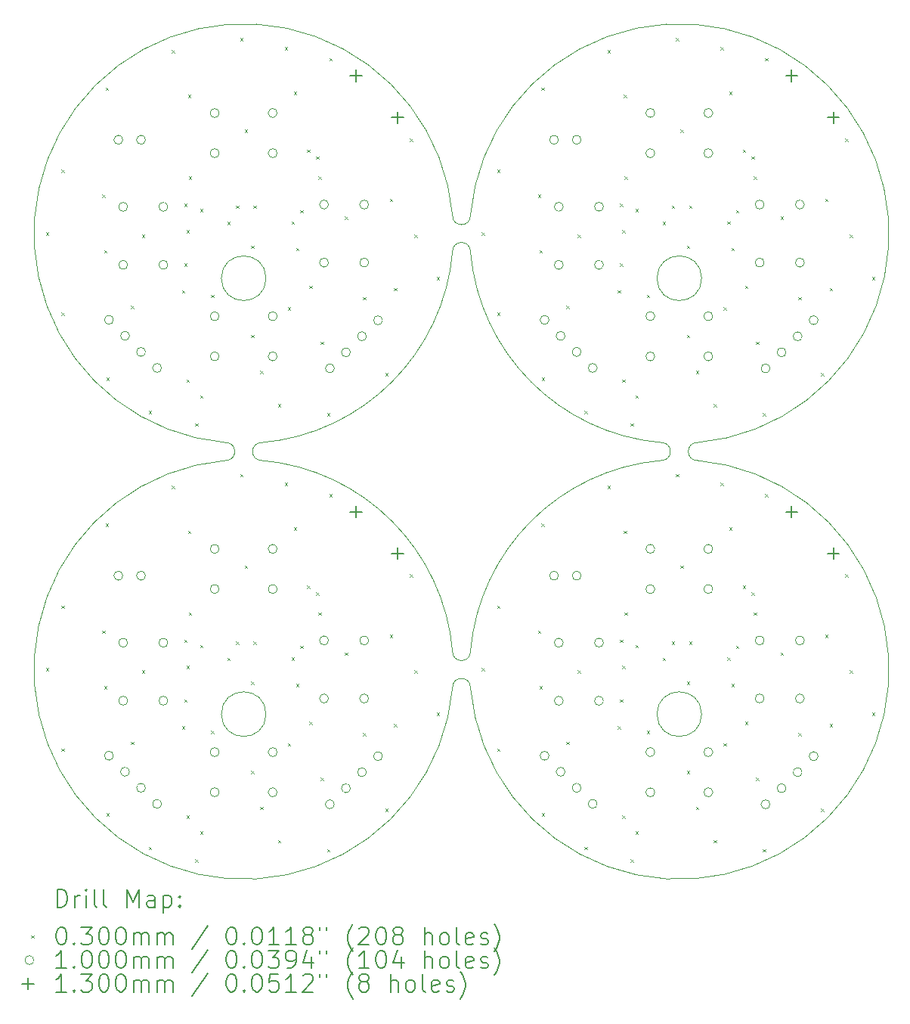
<source format=gbr>
%TF.GenerationSoftware,KiCad,Pcbnew,7.0.5*%
%TF.CreationDate,2023-12-30T15:14:31+10:00*%
%TF.ProjectId,SimonGame,53696d6f-6e47-4616-9d65-2e6b69636164,rev?*%
%TF.SameCoordinates,Original*%
%TF.FileFunction,Drillmap*%
%TF.FilePolarity,Positive*%
%FSLAX45Y45*%
G04 Gerber Fmt 4.5, Leading zero omitted, Abs format (unit mm)*
G04 Created by KiCad (PCBNEW 7.0.5) date 2023-12-30 15:14:31*
%MOMM*%
%LPD*%
G01*
G04 APERTURE LIST*
%ADD10C,0.038100*%
%ADD11C,0.200000*%
%ADD12C,0.030000*%
%ADD13C,0.100000*%
%ADD14C,0.130000*%
G04 APERTURE END LIST*
D10*
X11050000Y-11780000D02*
G75*
G03*
X13590000Y-9240000I2340000J200000D01*
G01*
X8310000Y-9240000D02*
G75*
G03*
X10850000Y-11780000I200000J-2340000D01*
G01*
X10850000Y-6500000D02*
G75*
G03*
X8310000Y-9040000I-2340000J-200000D01*
G01*
X13590000Y-9040000D02*
G75*
G03*
X11050000Y-6500000I-200000J2340000D01*
G01*
X11050000Y-6900000D02*
G75*
G03*
X10850000Y-6900000I-100000J0D01*
G01*
X10850000Y-6500000D02*
G75*
G03*
X11050000Y-6500000I100000J0D01*
G01*
X13590000Y-9040000D02*
G75*
G03*
X13590000Y-9240000I0J-100000D01*
G01*
X13190000Y-9240000D02*
G75*
G03*
X13190000Y-9040000I0J100000D01*
G01*
X10850000Y-11380000D02*
G75*
G03*
X11050000Y-11380000I100000J0D01*
G01*
X11050000Y-11780000D02*
G75*
G03*
X10850000Y-11780000I-100000J0D01*
G01*
X8710000Y-9040000D02*
G75*
G03*
X8710000Y-9240000I0J-100000D01*
G01*
X8310000Y-9240000D02*
G75*
G03*
X8310000Y-9040000I0J100000D01*
G01*
X13640000Y-12080000D02*
G75*
G03*
X13640000Y-12080000I-250000J0D01*
G01*
X13190000Y-9240000D02*
G75*
G03*
X11050000Y-11380000I200000J-2340000D01*
G01*
X8760000Y-12080000D02*
G75*
G03*
X8760000Y-12080000I-250000J0D01*
G01*
X10850000Y-11380000D02*
G75*
G03*
X8710000Y-9240000I-2340000J-200000D01*
G01*
X13640000Y-7200000D02*
G75*
G03*
X13640000Y-7200000I-250000J0D01*
G01*
X11050000Y-6900000D02*
G75*
G03*
X13190000Y-9040000I2340000J200000D01*
G01*
X8710000Y-9040000D02*
G75*
G03*
X10850000Y-6900000I-200000J2340000D01*
G01*
X8760000Y-7200000D02*
G75*
G03*
X8760000Y-7200000I-250000J0D01*
G01*
D11*
D12*
X6295000Y-6685000D02*
X6325000Y-6715000D01*
X6325000Y-6685000D02*
X6295000Y-6715000D01*
X6295000Y-11565000D02*
X6325000Y-11595000D01*
X6325000Y-11565000D02*
X6295000Y-11595000D01*
X6470000Y-5985000D02*
X6500000Y-6015000D01*
X6500000Y-5985000D02*
X6470000Y-6015000D01*
X6470000Y-7585000D02*
X6500000Y-7615000D01*
X6500000Y-7585000D02*
X6470000Y-7615000D01*
X6470000Y-10865000D02*
X6500000Y-10895000D01*
X6500000Y-10865000D02*
X6470000Y-10895000D01*
X6470000Y-12465000D02*
X6500000Y-12495000D01*
X6500000Y-12465000D02*
X6470000Y-12495000D01*
X6925000Y-6265000D02*
X6955000Y-6295000D01*
X6955000Y-6265000D02*
X6925000Y-6295000D01*
X6925000Y-11145000D02*
X6955000Y-11175000D01*
X6955000Y-11145000D02*
X6925000Y-11175000D01*
X6945000Y-6885000D02*
X6975000Y-6915000D01*
X6975000Y-6885000D02*
X6945000Y-6915000D01*
X6945000Y-11765000D02*
X6975000Y-11795000D01*
X6975000Y-11765000D02*
X6945000Y-11795000D01*
X6965000Y-5065000D02*
X6995000Y-5095000D01*
X6995000Y-5065000D02*
X6965000Y-5095000D01*
X6965000Y-9945000D02*
X6995000Y-9975000D01*
X6995000Y-9945000D02*
X6965000Y-9975000D01*
X6970000Y-8310000D02*
X7000000Y-8340000D01*
X7000000Y-8310000D02*
X6970000Y-8340000D01*
X6970000Y-13190000D02*
X7000000Y-13220000D01*
X7000000Y-13190000D02*
X6970000Y-13220000D01*
X7245000Y-7510000D02*
X7275000Y-7540000D01*
X7275000Y-7510000D02*
X7245000Y-7540000D01*
X7245000Y-12390000D02*
X7275000Y-12420000D01*
X7275000Y-12390000D02*
X7245000Y-12420000D01*
X7370000Y-6710000D02*
X7400000Y-6740000D01*
X7400000Y-6710000D02*
X7370000Y-6740000D01*
X7370000Y-11590000D02*
X7400000Y-11620000D01*
X7400000Y-11590000D02*
X7370000Y-11620000D01*
X7445000Y-8685000D02*
X7475000Y-8715000D01*
X7475000Y-8685000D02*
X7445000Y-8715000D01*
X7445000Y-13565000D02*
X7475000Y-13595000D01*
X7475000Y-13565000D02*
X7445000Y-13595000D01*
X7705000Y-4645000D02*
X7735000Y-4675000D01*
X7735000Y-4645000D02*
X7705000Y-4675000D01*
X7705000Y-9525000D02*
X7735000Y-9555000D01*
X7735000Y-9525000D02*
X7705000Y-9555000D01*
X7820000Y-7335000D02*
X7850000Y-7365000D01*
X7850000Y-7335000D02*
X7820000Y-7365000D01*
X7820000Y-12215000D02*
X7850000Y-12245000D01*
X7850000Y-12215000D02*
X7820000Y-12245000D01*
X7845000Y-6365000D02*
X7875000Y-6395000D01*
X7875000Y-6365000D02*
X7845000Y-6395000D01*
X7845000Y-7035000D02*
X7875000Y-7065000D01*
X7875000Y-7035000D02*
X7845000Y-7065000D01*
X7845000Y-11245000D02*
X7875000Y-11275000D01*
X7875000Y-11245000D02*
X7845000Y-11275000D01*
X7845000Y-11915000D02*
X7875000Y-11945000D01*
X7875000Y-11915000D02*
X7845000Y-11945000D01*
X7870000Y-6660000D02*
X7900000Y-6690000D01*
X7900000Y-6660000D02*
X7870000Y-6690000D01*
X7870000Y-8335000D02*
X7900000Y-8365000D01*
X7900000Y-8335000D02*
X7870000Y-8365000D01*
X7870000Y-11540000D02*
X7900000Y-11570000D01*
X7900000Y-11540000D02*
X7870000Y-11570000D01*
X7870000Y-13215000D02*
X7900000Y-13245000D01*
X7900000Y-13215000D02*
X7870000Y-13245000D01*
X7885000Y-5145000D02*
X7915000Y-5175000D01*
X7915000Y-5145000D02*
X7885000Y-5175000D01*
X7885000Y-10025000D02*
X7915000Y-10055000D01*
X7915000Y-10025000D02*
X7885000Y-10055000D01*
X7895000Y-6060000D02*
X7925000Y-6090000D01*
X7925000Y-6060000D02*
X7895000Y-6090000D01*
X7895000Y-10940000D02*
X7925000Y-10970000D01*
X7925000Y-10940000D02*
X7895000Y-10970000D01*
X7965000Y-8825000D02*
X7995000Y-8855000D01*
X7995000Y-8825000D02*
X7965000Y-8855000D01*
X7965000Y-13705000D02*
X7995000Y-13735000D01*
X7995000Y-13705000D02*
X7965000Y-13735000D01*
X8020000Y-6425000D02*
X8050000Y-6455000D01*
X8050000Y-6425000D02*
X8020000Y-6455000D01*
X8020000Y-8510000D02*
X8050000Y-8540000D01*
X8050000Y-8510000D02*
X8020000Y-8540000D01*
X8020000Y-11305000D02*
X8050000Y-11335000D01*
X8050000Y-11305000D02*
X8020000Y-11335000D01*
X8020000Y-13390000D02*
X8050000Y-13420000D01*
X8050000Y-13390000D02*
X8020000Y-13420000D01*
X8145000Y-7385000D02*
X8175000Y-7415000D01*
X8175000Y-7385000D02*
X8145000Y-7415000D01*
X8145000Y-12265000D02*
X8175000Y-12295000D01*
X8175000Y-12265000D02*
X8145000Y-12295000D01*
X8325000Y-6567650D02*
X8355000Y-6597650D01*
X8355000Y-6567650D02*
X8325000Y-6597650D01*
X8325000Y-11447650D02*
X8355000Y-11477650D01*
X8355000Y-11447650D02*
X8325000Y-11477650D01*
X8425000Y-6385000D02*
X8455000Y-6415000D01*
X8455000Y-6385000D02*
X8425000Y-6415000D01*
X8425000Y-11265000D02*
X8455000Y-11295000D01*
X8455000Y-11265000D02*
X8425000Y-11295000D01*
X8470000Y-4510000D02*
X8500000Y-4540000D01*
X8500000Y-4510000D02*
X8470000Y-4540000D01*
X8470000Y-9390000D02*
X8500000Y-9420000D01*
X8500000Y-9390000D02*
X8470000Y-9420000D01*
X8520000Y-5535000D02*
X8550000Y-5565000D01*
X8550000Y-5535000D02*
X8520000Y-5565000D01*
X8520000Y-10415000D02*
X8550000Y-10445000D01*
X8550000Y-10415000D02*
X8520000Y-10445000D01*
X8595000Y-6835000D02*
X8625000Y-6865000D01*
X8625000Y-6835000D02*
X8595000Y-6865000D01*
X8595000Y-7835000D02*
X8625000Y-7865000D01*
X8625000Y-7835000D02*
X8595000Y-7865000D01*
X8595000Y-11715000D02*
X8625000Y-11745000D01*
X8625000Y-11715000D02*
X8595000Y-11745000D01*
X8595000Y-12715000D02*
X8625000Y-12745000D01*
X8625000Y-12715000D02*
X8595000Y-12745000D01*
X8620000Y-6385000D02*
X8650000Y-6415000D01*
X8650000Y-6385000D02*
X8620000Y-6415000D01*
X8620000Y-11265000D02*
X8650000Y-11295000D01*
X8650000Y-11265000D02*
X8620000Y-11295000D01*
X8695000Y-8235000D02*
X8725000Y-8265000D01*
X8725000Y-8235000D02*
X8695000Y-8265000D01*
X8695000Y-13115000D02*
X8725000Y-13145000D01*
X8725000Y-13115000D02*
X8695000Y-13145000D01*
X8895000Y-8610000D02*
X8925000Y-8640000D01*
X8925000Y-8610000D02*
X8895000Y-8640000D01*
X8895000Y-13490000D02*
X8925000Y-13520000D01*
X8925000Y-13490000D02*
X8895000Y-13520000D01*
X8970000Y-4610000D02*
X9000000Y-4640000D01*
X9000000Y-4610000D02*
X8970000Y-4640000D01*
X8970000Y-9490000D02*
X9000000Y-9520000D01*
X9000000Y-9490000D02*
X8970000Y-9520000D01*
X9005000Y-7525000D02*
X9035000Y-7555000D01*
X9035000Y-7525000D02*
X9005000Y-7555000D01*
X9005000Y-12405000D02*
X9035000Y-12435000D01*
X9035000Y-12405000D02*
X9005000Y-12435000D01*
X9045000Y-6565000D02*
X9075000Y-6595000D01*
X9075000Y-6565000D02*
X9045000Y-6595000D01*
X9045000Y-11445000D02*
X9075000Y-11475000D01*
X9075000Y-11445000D02*
X9045000Y-11475000D01*
X9070000Y-5110000D02*
X9100000Y-5140000D01*
X9100000Y-5110000D02*
X9070000Y-5140000D01*
X9070000Y-9990000D02*
X9100000Y-10020000D01*
X9100000Y-9990000D02*
X9070000Y-10020000D01*
X9095000Y-6860000D02*
X9125000Y-6890000D01*
X9125000Y-6860000D02*
X9095000Y-6890000D01*
X9095000Y-11740000D02*
X9125000Y-11770000D01*
X9125000Y-11740000D02*
X9095000Y-11770000D01*
X9145000Y-6435000D02*
X9175000Y-6465000D01*
X9175000Y-6435000D02*
X9145000Y-6465000D01*
X9145000Y-11315000D02*
X9175000Y-11345000D01*
X9175000Y-11315000D02*
X9145000Y-11345000D01*
X9220000Y-5760000D02*
X9250000Y-5790000D01*
X9250000Y-5760000D02*
X9220000Y-5790000D01*
X9220000Y-10640000D02*
X9250000Y-10670000D01*
X9250000Y-10640000D02*
X9220000Y-10670000D01*
X9245000Y-7285000D02*
X9275000Y-7315000D01*
X9275000Y-7285000D02*
X9245000Y-7315000D01*
X9245000Y-12165000D02*
X9275000Y-12195000D01*
X9275000Y-12165000D02*
X9245000Y-12195000D01*
X9320000Y-5835000D02*
X9350000Y-5865000D01*
X9350000Y-5835000D02*
X9320000Y-5865000D01*
X9320000Y-10715000D02*
X9350000Y-10745000D01*
X9350000Y-10715000D02*
X9320000Y-10745000D01*
X9345000Y-6060000D02*
X9375000Y-6090000D01*
X9375000Y-6060000D02*
X9345000Y-6090000D01*
X9345000Y-10940000D02*
X9375000Y-10970000D01*
X9375000Y-10940000D02*
X9345000Y-10970000D01*
X9370000Y-7910000D02*
X9400000Y-7940000D01*
X9400000Y-7910000D02*
X9370000Y-7940000D01*
X9370000Y-12790000D02*
X9400000Y-12820000D01*
X9400000Y-12790000D02*
X9370000Y-12820000D01*
X9445000Y-8710000D02*
X9475000Y-8740000D01*
X9475000Y-8710000D02*
X9445000Y-8740000D01*
X9445000Y-13590000D02*
X9475000Y-13620000D01*
X9475000Y-13590000D02*
X9445000Y-13620000D01*
X9470000Y-4735000D02*
X9500000Y-4765000D01*
X9500000Y-4735000D02*
X9470000Y-4765000D01*
X9470000Y-9615000D02*
X9500000Y-9645000D01*
X9500000Y-9615000D02*
X9470000Y-9645000D01*
X9645000Y-6510000D02*
X9675000Y-6540000D01*
X9675000Y-6510000D02*
X9645000Y-6540000D01*
X9645000Y-11390000D02*
X9675000Y-11420000D01*
X9675000Y-11390000D02*
X9645000Y-11420000D01*
X9845000Y-7410000D02*
X9875000Y-7440000D01*
X9875000Y-7410000D02*
X9845000Y-7440000D01*
X9845000Y-12290000D02*
X9875000Y-12320000D01*
X9875000Y-12290000D02*
X9845000Y-12320000D01*
X10095000Y-8260000D02*
X10125000Y-8290000D01*
X10125000Y-8260000D02*
X10095000Y-8290000D01*
X10095000Y-13140000D02*
X10125000Y-13170000D01*
X10125000Y-13140000D02*
X10095000Y-13170000D01*
X10145000Y-6310000D02*
X10175000Y-6340000D01*
X10175000Y-6310000D02*
X10145000Y-6340000D01*
X10145000Y-11190000D02*
X10175000Y-11220000D01*
X10175000Y-11190000D02*
X10145000Y-11220000D01*
X10195000Y-7310000D02*
X10225000Y-7340000D01*
X10225000Y-7310000D02*
X10195000Y-7340000D01*
X10195000Y-12190000D02*
X10225000Y-12220000D01*
X10225000Y-12190000D02*
X10195000Y-12220000D01*
X10370000Y-5635000D02*
X10400000Y-5665000D01*
X10400000Y-5635000D02*
X10370000Y-5665000D01*
X10370000Y-10515000D02*
X10400000Y-10545000D01*
X10400000Y-10515000D02*
X10370000Y-10545000D01*
X10420000Y-6710000D02*
X10450000Y-6740000D01*
X10450000Y-6710000D02*
X10420000Y-6740000D01*
X10420000Y-11590000D02*
X10450000Y-11620000D01*
X10450000Y-11590000D02*
X10420000Y-11620000D01*
X10670000Y-7185000D02*
X10700000Y-7215000D01*
X10700000Y-7185000D02*
X10670000Y-7215000D01*
X10670000Y-12065000D02*
X10700000Y-12095000D01*
X10700000Y-12065000D02*
X10670000Y-12095000D01*
X11175000Y-6685000D02*
X11205000Y-6715000D01*
X11205000Y-6685000D02*
X11175000Y-6715000D01*
X11175000Y-11565000D02*
X11205000Y-11595000D01*
X11205000Y-11565000D02*
X11175000Y-11595000D01*
X11350000Y-5985000D02*
X11380000Y-6015000D01*
X11380000Y-5985000D02*
X11350000Y-6015000D01*
X11350000Y-7585000D02*
X11380000Y-7615000D01*
X11380000Y-7585000D02*
X11350000Y-7615000D01*
X11350000Y-10865000D02*
X11380000Y-10895000D01*
X11380000Y-10865000D02*
X11350000Y-10895000D01*
X11350000Y-12465000D02*
X11380000Y-12495000D01*
X11380000Y-12465000D02*
X11350000Y-12495000D01*
X11805000Y-6265000D02*
X11835000Y-6295000D01*
X11835000Y-6265000D02*
X11805000Y-6295000D01*
X11805000Y-11145000D02*
X11835000Y-11175000D01*
X11835000Y-11145000D02*
X11805000Y-11175000D01*
X11825000Y-6885000D02*
X11855000Y-6915000D01*
X11855000Y-6885000D02*
X11825000Y-6915000D01*
X11825000Y-11765000D02*
X11855000Y-11795000D01*
X11855000Y-11765000D02*
X11825000Y-11795000D01*
X11845000Y-5065000D02*
X11875000Y-5095000D01*
X11875000Y-5065000D02*
X11845000Y-5095000D01*
X11845000Y-9945000D02*
X11875000Y-9975000D01*
X11875000Y-9945000D02*
X11845000Y-9975000D01*
X11850000Y-8310000D02*
X11880000Y-8340000D01*
X11880000Y-8310000D02*
X11850000Y-8340000D01*
X11850000Y-13190000D02*
X11880000Y-13220000D01*
X11880000Y-13190000D02*
X11850000Y-13220000D01*
X12125000Y-7510000D02*
X12155000Y-7540000D01*
X12155000Y-7510000D02*
X12125000Y-7540000D01*
X12125000Y-12390000D02*
X12155000Y-12420000D01*
X12155000Y-12390000D02*
X12125000Y-12420000D01*
X12250000Y-6710000D02*
X12280000Y-6740000D01*
X12280000Y-6710000D02*
X12250000Y-6740000D01*
X12250000Y-11590000D02*
X12280000Y-11620000D01*
X12280000Y-11590000D02*
X12250000Y-11620000D01*
X12325000Y-8685000D02*
X12355000Y-8715000D01*
X12355000Y-8685000D02*
X12325000Y-8715000D01*
X12325000Y-13565000D02*
X12355000Y-13595000D01*
X12355000Y-13565000D02*
X12325000Y-13595000D01*
X12585000Y-4645000D02*
X12615000Y-4675000D01*
X12615000Y-4645000D02*
X12585000Y-4675000D01*
X12585000Y-9525000D02*
X12615000Y-9555000D01*
X12615000Y-9525000D02*
X12585000Y-9555000D01*
X12700000Y-7335000D02*
X12730000Y-7365000D01*
X12730000Y-7335000D02*
X12700000Y-7365000D01*
X12700000Y-12215000D02*
X12730000Y-12245000D01*
X12730000Y-12215000D02*
X12700000Y-12245000D01*
X12725000Y-6365000D02*
X12755000Y-6395000D01*
X12755000Y-6365000D02*
X12725000Y-6395000D01*
X12725000Y-7035000D02*
X12755000Y-7065000D01*
X12755000Y-7035000D02*
X12725000Y-7065000D01*
X12725000Y-11245000D02*
X12755000Y-11275000D01*
X12755000Y-11245000D02*
X12725000Y-11275000D01*
X12725000Y-11915000D02*
X12755000Y-11945000D01*
X12755000Y-11915000D02*
X12725000Y-11945000D01*
X12750000Y-6660000D02*
X12780000Y-6690000D01*
X12780000Y-6660000D02*
X12750000Y-6690000D01*
X12750000Y-8335000D02*
X12780000Y-8365000D01*
X12780000Y-8335000D02*
X12750000Y-8365000D01*
X12750000Y-11540000D02*
X12780000Y-11570000D01*
X12780000Y-11540000D02*
X12750000Y-11570000D01*
X12750000Y-13215000D02*
X12780000Y-13245000D01*
X12780000Y-13215000D02*
X12750000Y-13245000D01*
X12765000Y-5145000D02*
X12795000Y-5175000D01*
X12795000Y-5145000D02*
X12765000Y-5175000D01*
X12765000Y-10025000D02*
X12795000Y-10055000D01*
X12795000Y-10025000D02*
X12765000Y-10055000D01*
X12775000Y-6060000D02*
X12805000Y-6090000D01*
X12805000Y-6060000D02*
X12775000Y-6090000D01*
X12775000Y-10940000D02*
X12805000Y-10970000D01*
X12805000Y-10940000D02*
X12775000Y-10970000D01*
X12845000Y-8825000D02*
X12875000Y-8855000D01*
X12875000Y-8825000D02*
X12845000Y-8855000D01*
X12845000Y-13705000D02*
X12875000Y-13735000D01*
X12875000Y-13705000D02*
X12845000Y-13735000D01*
X12900000Y-6425000D02*
X12930000Y-6455000D01*
X12930000Y-6425000D02*
X12900000Y-6455000D01*
X12900000Y-8510000D02*
X12930000Y-8540000D01*
X12930000Y-8510000D02*
X12900000Y-8540000D01*
X12900000Y-11305000D02*
X12930000Y-11335000D01*
X12930000Y-11305000D02*
X12900000Y-11335000D01*
X12900000Y-13390000D02*
X12930000Y-13420000D01*
X12930000Y-13390000D02*
X12900000Y-13420000D01*
X13025000Y-7385000D02*
X13055000Y-7415000D01*
X13055000Y-7385000D02*
X13025000Y-7415000D01*
X13025000Y-12265000D02*
X13055000Y-12295000D01*
X13055000Y-12265000D02*
X13025000Y-12295000D01*
X13205000Y-6567650D02*
X13235000Y-6597650D01*
X13235000Y-6567650D02*
X13205000Y-6597650D01*
X13205000Y-11447650D02*
X13235000Y-11477650D01*
X13235000Y-11447650D02*
X13205000Y-11477650D01*
X13305000Y-6385000D02*
X13335000Y-6415000D01*
X13335000Y-6385000D02*
X13305000Y-6415000D01*
X13305000Y-11265000D02*
X13335000Y-11295000D01*
X13335000Y-11265000D02*
X13305000Y-11295000D01*
X13350000Y-4510000D02*
X13380000Y-4540000D01*
X13380000Y-4510000D02*
X13350000Y-4540000D01*
X13350000Y-9390000D02*
X13380000Y-9420000D01*
X13380000Y-9390000D02*
X13350000Y-9420000D01*
X13400000Y-5535000D02*
X13430000Y-5565000D01*
X13430000Y-5535000D02*
X13400000Y-5565000D01*
X13400000Y-10415000D02*
X13430000Y-10445000D01*
X13430000Y-10415000D02*
X13400000Y-10445000D01*
X13475000Y-6835000D02*
X13505000Y-6865000D01*
X13505000Y-6835000D02*
X13475000Y-6865000D01*
X13475000Y-7835000D02*
X13505000Y-7865000D01*
X13505000Y-7835000D02*
X13475000Y-7865000D01*
X13475000Y-11715000D02*
X13505000Y-11745000D01*
X13505000Y-11715000D02*
X13475000Y-11745000D01*
X13475000Y-12715000D02*
X13505000Y-12745000D01*
X13505000Y-12715000D02*
X13475000Y-12745000D01*
X13500000Y-6385000D02*
X13530000Y-6415000D01*
X13530000Y-6385000D02*
X13500000Y-6415000D01*
X13500000Y-11265000D02*
X13530000Y-11295000D01*
X13530000Y-11265000D02*
X13500000Y-11295000D01*
X13575000Y-8235000D02*
X13605000Y-8265000D01*
X13605000Y-8235000D02*
X13575000Y-8265000D01*
X13575000Y-13115000D02*
X13605000Y-13145000D01*
X13605000Y-13115000D02*
X13575000Y-13145000D01*
X13775000Y-8610000D02*
X13805000Y-8640000D01*
X13805000Y-8610000D02*
X13775000Y-8640000D01*
X13775000Y-13490000D02*
X13805000Y-13520000D01*
X13805000Y-13490000D02*
X13775000Y-13520000D01*
X13850000Y-4610000D02*
X13880000Y-4640000D01*
X13880000Y-4610000D02*
X13850000Y-4640000D01*
X13850000Y-9490000D02*
X13880000Y-9520000D01*
X13880000Y-9490000D02*
X13850000Y-9520000D01*
X13885000Y-7525000D02*
X13915000Y-7555000D01*
X13915000Y-7525000D02*
X13885000Y-7555000D01*
X13885000Y-12405000D02*
X13915000Y-12435000D01*
X13915000Y-12405000D02*
X13885000Y-12435000D01*
X13925000Y-6565000D02*
X13955000Y-6595000D01*
X13955000Y-6565000D02*
X13925000Y-6595000D01*
X13925000Y-11445000D02*
X13955000Y-11475000D01*
X13955000Y-11445000D02*
X13925000Y-11475000D01*
X13950000Y-5110000D02*
X13980000Y-5140000D01*
X13980000Y-5110000D02*
X13950000Y-5140000D01*
X13950000Y-9990000D02*
X13980000Y-10020000D01*
X13980000Y-9990000D02*
X13950000Y-10020000D01*
X13975000Y-6860000D02*
X14005000Y-6890000D01*
X14005000Y-6860000D02*
X13975000Y-6890000D01*
X13975000Y-11740000D02*
X14005000Y-11770000D01*
X14005000Y-11740000D02*
X13975000Y-11770000D01*
X14025000Y-6435000D02*
X14055000Y-6465000D01*
X14055000Y-6435000D02*
X14025000Y-6465000D01*
X14025000Y-11315000D02*
X14055000Y-11345000D01*
X14055000Y-11315000D02*
X14025000Y-11345000D01*
X14100000Y-5760000D02*
X14130000Y-5790000D01*
X14130000Y-5760000D02*
X14100000Y-5790000D01*
X14100000Y-10640000D02*
X14130000Y-10670000D01*
X14130000Y-10640000D02*
X14100000Y-10670000D01*
X14125000Y-7285000D02*
X14155000Y-7315000D01*
X14155000Y-7285000D02*
X14125000Y-7315000D01*
X14125000Y-12165000D02*
X14155000Y-12195000D01*
X14155000Y-12165000D02*
X14125000Y-12195000D01*
X14200000Y-5835000D02*
X14230000Y-5865000D01*
X14230000Y-5835000D02*
X14200000Y-5865000D01*
X14200000Y-10715000D02*
X14230000Y-10745000D01*
X14230000Y-10715000D02*
X14200000Y-10745000D01*
X14225000Y-6060000D02*
X14255000Y-6090000D01*
X14255000Y-6060000D02*
X14225000Y-6090000D01*
X14225000Y-10940000D02*
X14255000Y-10970000D01*
X14255000Y-10940000D02*
X14225000Y-10970000D01*
X14250000Y-7910000D02*
X14280000Y-7940000D01*
X14280000Y-7910000D02*
X14250000Y-7940000D01*
X14250000Y-12790000D02*
X14280000Y-12820000D01*
X14280000Y-12790000D02*
X14250000Y-12820000D01*
X14325000Y-8710000D02*
X14355000Y-8740000D01*
X14355000Y-8710000D02*
X14325000Y-8740000D01*
X14325000Y-13590000D02*
X14355000Y-13620000D01*
X14355000Y-13590000D02*
X14325000Y-13620000D01*
X14350000Y-4735000D02*
X14380000Y-4765000D01*
X14380000Y-4735000D02*
X14350000Y-4765000D01*
X14350000Y-9615000D02*
X14380000Y-9645000D01*
X14380000Y-9615000D02*
X14350000Y-9645000D01*
X14525000Y-6510000D02*
X14555000Y-6540000D01*
X14555000Y-6510000D02*
X14525000Y-6540000D01*
X14525000Y-11390000D02*
X14555000Y-11420000D01*
X14555000Y-11390000D02*
X14525000Y-11420000D01*
X14725000Y-7410000D02*
X14755000Y-7440000D01*
X14755000Y-7410000D02*
X14725000Y-7440000D01*
X14725000Y-12290000D02*
X14755000Y-12320000D01*
X14755000Y-12290000D02*
X14725000Y-12320000D01*
X14975000Y-8260000D02*
X15005000Y-8290000D01*
X15005000Y-8260000D02*
X14975000Y-8290000D01*
X14975000Y-13140000D02*
X15005000Y-13170000D01*
X15005000Y-13140000D02*
X14975000Y-13170000D01*
X15025000Y-6310000D02*
X15055000Y-6340000D01*
X15055000Y-6310000D02*
X15025000Y-6340000D01*
X15025000Y-11190000D02*
X15055000Y-11220000D01*
X15055000Y-11190000D02*
X15025000Y-11220000D01*
X15075000Y-7310000D02*
X15105000Y-7340000D01*
X15105000Y-7310000D02*
X15075000Y-7340000D01*
X15075000Y-12190000D02*
X15105000Y-12220000D01*
X15105000Y-12190000D02*
X15075000Y-12220000D01*
X15250000Y-5635000D02*
X15280000Y-5665000D01*
X15280000Y-5635000D02*
X15250000Y-5665000D01*
X15250000Y-10515000D02*
X15280000Y-10545000D01*
X15280000Y-10515000D02*
X15250000Y-10545000D01*
X15300000Y-6710000D02*
X15330000Y-6740000D01*
X15330000Y-6710000D02*
X15300000Y-6740000D01*
X15300000Y-11590000D02*
X15330000Y-11620000D01*
X15330000Y-11590000D02*
X15300000Y-11620000D01*
X15550000Y-7185000D02*
X15580000Y-7215000D01*
X15580000Y-7185000D02*
X15550000Y-7215000D01*
X15550000Y-12065000D02*
X15580000Y-12095000D01*
X15580000Y-12065000D02*
X15550000Y-12095000D01*
D13*
X7050790Y-7665790D02*
G75*
G03*
X7050790Y-7665790I-50000J0D01*
G01*
X7050790Y-12545790D02*
G75*
G03*
X7050790Y-12545790I-50000J0D01*
G01*
X7156000Y-5650000D02*
G75*
G03*
X7156000Y-5650000I-50000J0D01*
G01*
X7156000Y-10530000D02*
G75*
G03*
X7156000Y-10530000I-50000J0D01*
G01*
X7210000Y-6400000D02*
G75*
G03*
X7210000Y-6400000I-50000J0D01*
G01*
X7210000Y-7050000D02*
G75*
G03*
X7210000Y-7050000I-50000J0D01*
G01*
X7210000Y-11280000D02*
G75*
G03*
X7210000Y-11280000I-50000J0D01*
G01*
X7210000Y-11930000D02*
G75*
G03*
X7210000Y-11930000I-50000J0D01*
G01*
X7230395Y-7845395D02*
G75*
G03*
X7230395Y-7845395I-50000J0D01*
G01*
X7230395Y-12725395D02*
G75*
G03*
X7230395Y-12725395I-50000J0D01*
G01*
X7410000Y-5650000D02*
G75*
G03*
X7410000Y-5650000I-50000J0D01*
G01*
X7410000Y-8025000D02*
G75*
G03*
X7410000Y-8025000I-50000J0D01*
G01*
X7410000Y-10530000D02*
G75*
G03*
X7410000Y-10530000I-50000J0D01*
G01*
X7410000Y-12905000D02*
G75*
G03*
X7410000Y-12905000I-50000J0D01*
G01*
X7589605Y-8204605D02*
G75*
G03*
X7589605Y-8204605I-50000J0D01*
G01*
X7589605Y-13084605D02*
G75*
G03*
X7589605Y-13084605I-50000J0D01*
G01*
X7660000Y-6400000D02*
G75*
G03*
X7660000Y-6400000I-50000J0D01*
G01*
X7660000Y-7050000D02*
G75*
G03*
X7660000Y-7050000I-50000J0D01*
G01*
X7660000Y-11280000D02*
G75*
G03*
X7660000Y-11280000I-50000J0D01*
G01*
X7660000Y-11930000D02*
G75*
G03*
X7660000Y-11930000I-50000J0D01*
G01*
X8235000Y-5350000D02*
G75*
G03*
X8235000Y-5350000I-50000J0D01*
G01*
X8235000Y-5800000D02*
G75*
G03*
X8235000Y-5800000I-50000J0D01*
G01*
X8235000Y-7625000D02*
G75*
G03*
X8235000Y-7625000I-50000J0D01*
G01*
X8235000Y-8075000D02*
G75*
G03*
X8235000Y-8075000I-50000J0D01*
G01*
X8235000Y-10230000D02*
G75*
G03*
X8235000Y-10230000I-50000J0D01*
G01*
X8235000Y-10680000D02*
G75*
G03*
X8235000Y-10680000I-50000J0D01*
G01*
X8235000Y-12505000D02*
G75*
G03*
X8235000Y-12505000I-50000J0D01*
G01*
X8235000Y-12955000D02*
G75*
G03*
X8235000Y-12955000I-50000J0D01*
G01*
X8885000Y-5350000D02*
G75*
G03*
X8885000Y-5350000I-50000J0D01*
G01*
X8885000Y-5800000D02*
G75*
G03*
X8885000Y-5800000I-50000J0D01*
G01*
X8885000Y-7625000D02*
G75*
G03*
X8885000Y-7625000I-50000J0D01*
G01*
X8885000Y-8075000D02*
G75*
G03*
X8885000Y-8075000I-50000J0D01*
G01*
X8885000Y-10230000D02*
G75*
G03*
X8885000Y-10230000I-50000J0D01*
G01*
X8885000Y-10680000D02*
G75*
G03*
X8885000Y-10680000I-50000J0D01*
G01*
X8885000Y-12505000D02*
G75*
G03*
X8885000Y-12505000I-50000J0D01*
G01*
X8885000Y-12955000D02*
G75*
G03*
X8885000Y-12955000I-50000J0D01*
G01*
X9460000Y-6375000D02*
G75*
G03*
X9460000Y-6375000I-50000J0D01*
G01*
X9460000Y-7025000D02*
G75*
G03*
X9460000Y-7025000I-50000J0D01*
G01*
X9460000Y-11255000D02*
G75*
G03*
X9460000Y-11255000I-50000J0D01*
G01*
X9460000Y-11905000D02*
G75*
G03*
X9460000Y-11905000I-50000J0D01*
G01*
X9525790Y-8209210D02*
G75*
G03*
X9525790Y-8209210I-50000J0D01*
G01*
X9525790Y-13089210D02*
G75*
G03*
X9525790Y-13089210I-50000J0D01*
G01*
X9705395Y-8029605D02*
G75*
G03*
X9705395Y-8029605I-50000J0D01*
G01*
X9705395Y-12909605D02*
G75*
G03*
X9705395Y-12909605I-50000J0D01*
G01*
X9885000Y-7850000D02*
G75*
G03*
X9885000Y-7850000I-50000J0D01*
G01*
X9885000Y-12730000D02*
G75*
G03*
X9885000Y-12730000I-50000J0D01*
G01*
X9910000Y-6375000D02*
G75*
G03*
X9910000Y-6375000I-50000J0D01*
G01*
X9910000Y-7025000D02*
G75*
G03*
X9910000Y-7025000I-50000J0D01*
G01*
X9910000Y-11255000D02*
G75*
G03*
X9910000Y-11255000I-50000J0D01*
G01*
X9910000Y-11905000D02*
G75*
G03*
X9910000Y-11905000I-50000J0D01*
G01*
X10064605Y-7670395D02*
G75*
G03*
X10064605Y-7670395I-50000J0D01*
G01*
X10064605Y-12550395D02*
G75*
G03*
X10064605Y-12550395I-50000J0D01*
G01*
X11930790Y-7665790D02*
G75*
G03*
X11930790Y-7665790I-50000J0D01*
G01*
X11930790Y-12545790D02*
G75*
G03*
X11930790Y-12545790I-50000J0D01*
G01*
X12036000Y-5650000D02*
G75*
G03*
X12036000Y-5650000I-50000J0D01*
G01*
X12036000Y-10530000D02*
G75*
G03*
X12036000Y-10530000I-50000J0D01*
G01*
X12090000Y-6400000D02*
G75*
G03*
X12090000Y-6400000I-50000J0D01*
G01*
X12090000Y-7050000D02*
G75*
G03*
X12090000Y-7050000I-50000J0D01*
G01*
X12090000Y-11280000D02*
G75*
G03*
X12090000Y-11280000I-50000J0D01*
G01*
X12090000Y-11930000D02*
G75*
G03*
X12090000Y-11930000I-50000J0D01*
G01*
X12110395Y-7845395D02*
G75*
G03*
X12110395Y-7845395I-50000J0D01*
G01*
X12110395Y-12725395D02*
G75*
G03*
X12110395Y-12725395I-50000J0D01*
G01*
X12290000Y-5650000D02*
G75*
G03*
X12290000Y-5650000I-50000J0D01*
G01*
X12290000Y-8025000D02*
G75*
G03*
X12290000Y-8025000I-50000J0D01*
G01*
X12290000Y-10530000D02*
G75*
G03*
X12290000Y-10530000I-50000J0D01*
G01*
X12290000Y-12905000D02*
G75*
G03*
X12290000Y-12905000I-50000J0D01*
G01*
X12469605Y-8204605D02*
G75*
G03*
X12469605Y-8204605I-50000J0D01*
G01*
X12469605Y-13084605D02*
G75*
G03*
X12469605Y-13084605I-50000J0D01*
G01*
X12540000Y-6400000D02*
G75*
G03*
X12540000Y-6400000I-50000J0D01*
G01*
X12540000Y-7050000D02*
G75*
G03*
X12540000Y-7050000I-50000J0D01*
G01*
X12540000Y-11280000D02*
G75*
G03*
X12540000Y-11280000I-50000J0D01*
G01*
X12540000Y-11930000D02*
G75*
G03*
X12540000Y-11930000I-50000J0D01*
G01*
X13115000Y-5350000D02*
G75*
G03*
X13115000Y-5350000I-50000J0D01*
G01*
X13115000Y-5800000D02*
G75*
G03*
X13115000Y-5800000I-50000J0D01*
G01*
X13115000Y-7625000D02*
G75*
G03*
X13115000Y-7625000I-50000J0D01*
G01*
X13115000Y-8075000D02*
G75*
G03*
X13115000Y-8075000I-50000J0D01*
G01*
X13115000Y-10230000D02*
G75*
G03*
X13115000Y-10230000I-50000J0D01*
G01*
X13115000Y-10680000D02*
G75*
G03*
X13115000Y-10680000I-50000J0D01*
G01*
X13115000Y-12505000D02*
G75*
G03*
X13115000Y-12505000I-50000J0D01*
G01*
X13115000Y-12955000D02*
G75*
G03*
X13115000Y-12955000I-50000J0D01*
G01*
X13765000Y-5350000D02*
G75*
G03*
X13765000Y-5350000I-50000J0D01*
G01*
X13765000Y-5800000D02*
G75*
G03*
X13765000Y-5800000I-50000J0D01*
G01*
X13765000Y-7625000D02*
G75*
G03*
X13765000Y-7625000I-50000J0D01*
G01*
X13765000Y-8075000D02*
G75*
G03*
X13765000Y-8075000I-50000J0D01*
G01*
X13765000Y-10230000D02*
G75*
G03*
X13765000Y-10230000I-50000J0D01*
G01*
X13765000Y-10680000D02*
G75*
G03*
X13765000Y-10680000I-50000J0D01*
G01*
X13765000Y-12505000D02*
G75*
G03*
X13765000Y-12505000I-50000J0D01*
G01*
X13765000Y-12955000D02*
G75*
G03*
X13765000Y-12955000I-50000J0D01*
G01*
X14340000Y-6375000D02*
G75*
G03*
X14340000Y-6375000I-50000J0D01*
G01*
X14340000Y-7025000D02*
G75*
G03*
X14340000Y-7025000I-50000J0D01*
G01*
X14340000Y-11255000D02*
G75*
G03*
X14340000Y-11255000I-50000J0D01*
G01*
X14340000Y-11905000D02*
G75*
G03*
X14340000Y-11905000I-50000J0D01*
G01*
X14405790Y-8209210D02*
G75*
G03*
X14405790Y-8209210I-50000J0D01*
G01*
X14405790Y-13089210D02*
G75*
G03*
X14405790Y-13089210I-50000J0D01*
G01*
X14585395Y-8029605D02*
G75*
G03*
X14585395Y-8029605I-50000J0D01*
G01*
X14585395Y-12909605D02*
G75*
G03*
X14585395Y-12909605I-50000J0D01*
G01*
X14765000Y-7850000D02*
G75*
G03*
X14765000Y-7850000I-50000J0D01*
G01*
X14765000Y-12730000D02*
G75*
G03*
X14765000Y-12730000I-50000J0D01*
G01*
X14790000Y-6375000D02*
G75*
G03*
X14790000Y-6375000I-50000J0D01*
G01*
X14790000Y-7025000D02*
G75*
G03*
X14790000Y-7025000I-50000J0D01*
G01*
X14790000Y-11255000D02*
G75*
G03*
X14790000Y-11255000I-50000J0D01*
G01*
X14790000Y-11905000D02*
G75*
G03*
X14790000Y-11905000I-50000J0D01*
G01*
X14944605Y-7670395D02*
G75*
G03*
X14944605Y-7670395I-50000J0D01*
G01*
X14944605Y-12550395D02*
G75*
G03*
X14944605Y-12550395I-50000J0D01*
G01*
D14*
X9768310Y-4868310D02*
X9768310Y-4998310D01*
X9703310Y-4933310D02*
X9833310Y-4933310D01*
X9768310Y-9748310D02*
X9768310Y-9878310D01*
X9703310Y-9813310D02*
X9833310Y-9813310D01*
X10235000Y-5335000D02*
X10235000Y-5465000D01*
X10170000Y-5400000D02*
X10300000Y-5400000D01*
X10235000Y-10215000D02*
X10235000Y-10345000D01*
X10170000Y-10280000D02*
X10300000Y-10280000D01*
X14648309Y-4868310D02*
X14648309Y-4998310D01*
X14583309Y-4933310D02*
X14713309Y-4933310D01*
X14648309Y-9748310D02*
X14648309Y-9878310D01*
X14583309Y-9813310D02*
X14713309Y-9813310D01*
X15115000Y-5335000D02*
X15115000Y-5465000D01*
X15050000Y-5400000D02*
X15180000Y-5400000D01*
X15115000Y-10215000D02*
X15115000Y-10345000D01*
X15050000Y-10280000D02*
X15180000Y-10280000D01*
D11*
X6420340Y-14241920D02*
X6420340Y-14041920D01*
X6420340Y-14041920D02*
X6467959Y-14041920D01*
X6467959Y-14041920D02*
X6496531Y-14051444D01*
X6496531Y-14051444D02*
X6515579Y-14070491D01*
X6515579Y-14070491D02*
X6525102Y-14089539D01*
X6525102Y-14089539D02*
X6534626Y-14127634D01*
X6534626Y-14127634D02*
X6534626Y-14156206D01*
X6534626Y-14156206D02*
X6525102Y-14194301D01*
X6525102Y-14194301D02*
X6515579Y-14213349D01*
X6515579Y-14213349D02*
X6496531Y-14232396D01*
X6496531Y-14232396D02*
X6467959Y-14241920D01*
X6467959Y-14241920D02*
X6420340Y-14241920D01*
X6620340Y-14241920D02*
X6620340Y-14108587D01*
X6620340Y-14146682D02*
X6629864Y-14127634D01*
X6629864Y-14127634D02*
X6639388Y-14118110D01*
X6639388Y-14118110D02*
X6658436Y-14108587D01*
X6658436Y-14108587D02*
X6677483Y-14108587D01*
X6744150Y-14241920D02*
X6744150Y-14108587D01*
X6744150Y-14041920D02*
X6734626Y-14051444D01*
X6734626Y-14051444D02*
X6744150Y-14060968D01*
X6744150Y-14060968D02*
X6753674Y-14051444D01*
X6753674Y-14051444D02*
X6744150Y-14041920D01*
X6744150Y-14041920D02*
X6744150Y-14060968D01*
X6867959Y-14241920D02*
X6848912Y-14232396D01*
X6848912Y-14232396D02*
X6839388Y-14213349D01*
X6839388Y-14213349D02*
X6839388Y-14041920D01*
X6972721Y-14241920D02*
X6953674Y-14232396D01*
X6953674Y-14232396D02*
X6944150Y-14213349D01*
X6944150Y-14213349D02*
X6944150Y-14041920D01*
X7201293Y-14241920D02*
X7201293Y-14041920D01*
X7201293Y-14041920D02*
X7267960Y-14184777D01*
X7267960Y-14184777D02*
X7334626Y-14041920D01*
X7334626Y-14041920D02*
X7334626Y-14241920D01*
X7515579Y-14241920D02*
X7515579Y-14137158D01*
X7515579Y-14137158D02*
X7506055Y-14118110D01*
X7506055Y-14118110D02*
X7487007Y-14108587D01*
X7487007Y-14108587D02*
X7448912Y-14108587D01*
X7448912Y-14108587D02*
X7429864Y-14118110D01*
X7515579Y-14232396D02*
X7496531Y-14241920D01*
X7496531Y-14241920D02*
X7448912Y-14241920D01*
X7448912Y-14241920D02*
X7429864Y-14232396D01*
X7429864Y-14232396D02*
X7420340Y-14213349D01*
X7420340Y-14213349D02*
X7420340Y-14194301D01*
X7420340Y-14194301D02*
X7429864Y-14175253D01*
X7429864Y-14175253D02*
X7448912Y-14165730D01*
X7448912Y-14165730D02*
X7496531Y-14165730D01*
X7496531Y-14165730D02*
X7515579Y-14156206D01*
X7610817Y-14108587D02*
X7610817Y-14308587D01*
X7610817Y-14118110D02*
X7629864Y-14108587D01*
X7629864Y-14108587D02*
X7667960Y-14108587D01*
X7667960Y-14108587D02*
X7687007Y-14118110D01*
X7687007Y-14118110D02*
X7696531Y-14127634D01*
X7696531Y-14127634D02*
X7706055Y-14146682D01*
X7706055Y-14146682D02*
X7706055Y-14203825D01*
X7706055Y-14203825D02*
X7696531Y-14222872D01*
X7696531Y-14222872D02*
X7687007Y-14232396D01*
X7687007Y-14232396D02*
X7667960Y-14241920D01*
X7667960Y-14241920D02*
X7629864Y-14241920D01*
X7629864Y-14241920D02*
X7610817Y-14232396D01*
X7791769Y-14222872D02*
X7801293Y-14232396D01*
X7801293Y-14232396D02*
X7791769Y-14241920D01*
X7791769Y-14241920D02*
X7782245Y-14232396D01*
X7782245Y-14232396D02*
X7791769Y-14222872D01*
X7791769Y-14222872D02*
X7791769Y-14241920D01*
X7791769Y-14118110D02*
X7801293Y-14127634D01*
X7801293Y-14127634D02*
X7791769Y-14137158D01*
X7791769Y-14137158D02*
X7782245Y-14127634D01*
X7782245Y-14127634D02*
X7791769Y-14118110D01*
X7791769Y-14118110D02*
X7791769Y-14137158D01*
D12*
X6129564Y-14555436D02*
X6159564Y-14585436D01*
X6159564Y-14555436D02*
X6129564Y-14585436D01*
D11*
X6458436Y-14461920D02*
X6477483Y-14461920D01*
X6477483Y-14461920D02*
X6496531Y-14471444D01*
X6496531Y-14471444D02*
X6506055Y-14480968D01*
X6506055Y-14480968D02*
X6515579Y-14500015D01*
X6515579Y-14500015D02*
X6525102Y-14538110D01*
X6525102Y-14538110D02*
X6525102Y-14585730D01*
X6525102Y-14585730D02*
X6515579Y-14623825D01*
X6515579Y-14623825D02*
X6506055Y-14642872D01*
X6506055Y-14642872D02*
X6496531Y-14652396D01*
X6496531Y-14652396D02*
X6477483Y-14661920D01*
X6477483Y-14661920D02*
X6458436Y-14661920D01*
X6458436Y-14661920D02*
X6439388Y-14652396D01*
X6439388Y-14652396D02*
X6429864Y-14642872D01*
X6429864Y-14642872D02*
X6420340Y-14623825D01*
X6420340Y-14623825D02*
X6410817Y-14585730D01*
X6410817Y-14585730D02*
X6410817Y-14538110D01*
X6410817Y-14538110D02*
X6420340Y-14500015D01*
X6420340Y-14500015D02*
X6429864Y-14480968D01*
X6429864Y-14480968D02*
X6439388Y-14471444D01*
X6439388Y-14471444D02*
X6458436Y-14461920D01*
X6610817Y-14642872D02*
X6620340Y-14652396D01*
X6620340Y-14652396D02*
X6610817Y-14661920D01*
X6610817Y-14661920D02*
X6601293Y-14652396D01*
X6601293Y-14652396D02*
X6610817Y-14642872D01*
X6610817Y-14642872D02*
X6610817Y-14661920D01*
X6687007Y-14461920D02*
X6810817Y-14461920D01*
X6810817Y-14461920D02*
X6744150Y-14538110D01*
X6744150Y-14538110D02*
X6772721Y-14538110D01*
X6772721Y-14538110D02*
X6791769Y-14547634D01*
X6791769Y-14547634D02*
X6801293Y-14557158D01*
X6801293Y-14557158D02*
X6810817Y-14576206D01*
X6810817Y-14576206D02*
X6810817Y-14623825D01*
X6810817Y-14623825D02*
X6801293Y-14642872D01*
X6801293Y-14642872D02*
X6791769Y-14652396D01*
X6791769Y-14652396D02*
X6772721Y-14661920D01*
X6772721Y-14661920D02*
X6715579Y-14661920D01*
X6715579Y-14661920D02*
X6696531Y-14652396D01*
X6696531Y-14652396D02*
X6687007Y-14642872D01*
X6934626Y-14461920D02*
X6953674Y-14461920D01*
X6953674Y-14461920D02*
X6972721Y-14471444D01*
X6972721Y-14471444D02*
X6982245Y-14480968D01*
X6982245Y-14480968D02*
X6991769Y-14500015D01*
X6991769Y-14500015D02*
X7001293Y-14538110D01*
X7001293Y-14538110D02*
X7001293Y-14585730D01*
X7001293Y-14585730D02*
X6991769Y-14623825D01*
X6991769Y-14623825D02*
X6982245Y-14642872D01*
X6982245Y-14642872D02*
X6972721Y-14652396D01*
X6972721Y-14652396D02*
X6953674Y-14661920D01*
X6953674Y-14661920D02*
X6934626Y-14661920D01*
X6934626Y-14661920D02*
X6915579Y-14652396D01*
X6915579Y-14652396D02*
X6906055Y-14642872D01*
X6906055Y-14642872D02*
X6896531Y-14623825D01*
X6896531Y-14623825D02*
X6887007Y-14585730D01*
X6887007Y-14585730D02*
X6887007Y-14538110D01*
X6887007Y-14538110D02*
X6896531Y-14500015D01*
X6896531Y-14500015D02*
X6906055Y-14480968D01*
X6906055Y-14480968D02*
X6915579Y-14471444D01*
X6915579Y-14471444D02*
X6934626Y-14461920D01*
X7125102Y-14461920D02*
X7144150Y-14461920D01*
X7144150Y-14461920D02*
X7163198Y-14471444D01*
X7163198Y-14471444D02*
X7172721Y-14480968D01*
X7172721Y-14480968D02*
X7182245Y-14500015D01*
X7182245Y-14500015D02*
X7191769Y-14538110D01*
X7191769Y-14538110D02*
X7191769Y-14585730D01*
X7191769Y-14585730D02*
X7182245Y-14623825D01*
X7182245Y-14623825D02*
X7172721Y-14642872D01*
X7172721Y-14642872D02*
X7163198Y-14652396D01*
X7163198Y-14652396D02*
X7144150Y-14661920D01*
X7144150Y-14661920D02*
X7125102Y-14661920D01*
X7125102Y-14661920D02*
X7106055Y-14652396D01*
X7106055Y-14652396D02*
X7096531Y-14642872D01*
X7096531Y-14642872D02*
X7087007Y-14623825D01*
X7087007Y-14623825D02*
X7077483Y-14585730D01*
X7077483Y-14585730D02*
X7077483Y-14538110D01*
X7077483Y-14538110D02*
X7087007Y-14500015D01*
X7087007Y-14500015D02*
X7096531Y-14480968D01*
X7096531Y-14480968D02*
X7106055Y-14471444D01*
X7106055Y-14471444D02*
X7125102Y-14461920D01*
X7277483Y-14661920D02*
X7277483Y-14528587D01*
X7277483Y-14547634D02*
X7287007Y-14538110D01*
X7287007Y-14538110D02*
X7306055Y-14528587D01*
X7306055Y-14528587D02*
X7334626Y-14528587D01*
X7334626Y-14528587D02*
X7353674Y-14538110D01*
X7353674Y-14538110D02*
X7363198Y-14557158D01*
X7363198Y-14557158D02*
X7363198Y-14661920D01*
X7363198Y-14557158D02*
X7372721Y-14538110D01*
X7372721Y-14538110D02*
X7391769Y-14528587D01*
X7391769Y-14528587D02*
X7420340Y-14528587D01*
X7420340Y-14528587D02*
X7439388Y-14538110D01*
X7439388Y-14538110D02*
X7448912Y-14557158D01*
X7448912Y-14557158D02*
X7448912Y-14661920D01*
X7544150Y-14661920D02*
X7544150Y-14528587D01*
X7544150Y-14547634D02*
X7553674Y-14538110D01*
X7553674Y-14538110D02*
X7572721Y-14528587D01*
X7572721Y-14528587D02*
X7601293Y-14528587D01*
X7601293Y-14528587D02*
X7620341Y-14538110D01*
X7620341Y-14538110D02*
X7629864Y-14557158D01*
X7629864Y-14557158D02*
X7629864Y-14661920D01*
X7629864Y-14557158D02*
X7639388Y-14538110D01*
X7639388Y-14538110D02*
X7658436Y-14528587D01*
X7658436Y-14528587D02*
X7687007Y-14528587D01*
X7687007Y-14528587D02*
X7706055Y-14538110D01*
X7706055Y-14538110D02*
X7715579Y-14557158D01*
X7715579Y-14557158D02*
X7715579Y-14661920D01*
X8106055Y-14452396D02*
X7934626Y-14709539D01*
X8363198Y-14461920D02*
X8382245Y-14461920D01*
X8382245Y-14461920D02*
X8401293Y-14471444D01*
X8401293Y-14471444D02*
X8410817Y-14480968D01*
X8410817Y-14480968D02*
X8420341Y-14500015D01*
X8420341Y-14500015D02*
X8429865Y-14538110D01*
X8429865Y-14538110D02*
X8429865Y-14585730D01*
X8429865Y-14585730D02*
X8420341Y-14623825D01*
X8420341Y-14623825D02*
X8410817Y-14642872D01*
X8410817Y-14642872D02*
X8401293Y-14652396D01*
X8401293Y-14652396D02*
X8382245Y-14661920D01*
X8382245Y-14661920D02*
X8363198Y-14661920D01*
X8363198Y-14661920D02*
X8344150Y-14652396D01*
X8344150Y-14652396D02*
X8334626Y-14642872D01*
X8334626Y-14642872D02*
X8325103Y-14623825D01*
X8325103Y-14623825D02*
X8315579Y-14585730D01*
X8315579Y-14585730D02*
X8315579Y-14538110D01*
X8315579Y-14538110D02*
X8325103Y-14500015D01*
X8325103Y-14500015D02*
X8334626Y-14480968D01*
X8334626Y-14480968D02*
X8344150Y-14471444D01*
X8344150Y-14471444D02*
X8363198Y-14461920D01*
X8515579Y-14642872D02*
X8525103Y-14652396D01*
X8525103Y-14652396D02*
X8515579Y-14661920D01*
X8515579Y-14661920D02*
X8506055Y-14652396D01*
X8506055Y-14652396D02*
X8515579Y-14642872D01*
X8515579Y-14642872D02*
X8515579Y-14661920D01*
X8648912Y-14461920D02*
X8667960Y-14461920D01*
X8667960Y-14461920D02*
X8687007Y-14471444D01*
X8687007Y-14471444D02*
X8696531Y-14480968D01*
X8696531Y-14480968D02*
X8706055Y-14500015D01*
X8706055Y-14500015D02*
X8715579Y-14538110D01*
X8715579Y-14538110D02*
X8715579Y-14585730D01*
X8715579Y-14585730D02*
X8706055Y-14623825D01*
X8706055Y-14623825D02*
X8696531Y-14642872D01*
X8696531Y-14642872D02*
X8687007Y-14652396D01*
X8687007Y-14652396D02*
X8667960Y-14661920D01*
X8667960Y-14661920D02*
X8648912Y-14661920D01*
X8648912Y-14661920D02*
X8629865Y-14652396D01*
X8629865Y-14652396D02*
X8620341Y-14642872D01*
X8620341Y-14642872D02*
X8610817Y-14623825D01*
X8610817Y-14623825D02*
X8601293Y-14585730D01*
X8601293Y-14585730D02*
X8601293Y-14538110D01*
X8601293Y-14538110D02*
X8610817Y-14500015D01*
X8610817Y-14500015D02*
X8620341Y-14480968D01*
X8620341Y-14480968D02*
X8629865Y-14471444D01*
X8629865Y-14471444D02*
X8648912Y-14461920D01*
X8906055Y-14661920D02*
X8791769Y-14661920D01*
X8848912Y-14661920D02*
X8848912Y-14461920D01*
X8848912Y-14461920D02*
X8829865Y-14490491D01*
X8829865Y-14490491D02*
X8810817Y-14509539D01*
X8810817Y-14509539D02*
X8791769Y-14519063D01*
X9096531Y-14661920D02*
X8982246Y-14661920D01*
X9039388Y-14661920D02*
X9039388Y-14461920D01*
X9039388Y-14461920D02*
X9020341Y-14490491D01*
X9020341Y-14490491D02*
X9001293Y-14509539D01*
X9001293Y-14509539D02*
X8982246Y-14519063D01*
X9210817Y-14547634D02*
X9191769Y-14538110D01*
X9191769Y-14538110D02*
X9182246Y-14528587D01*
X9182246Y-14528587D02*
X9172722Y-14509539D01*
X9172722Y-14509539D02*
X9172722Y-14500015D01*
X9172722Y-14500015D02*
X9182246Y-14480968D01*
X9182246Y-14480968D02*
X9191769Y-14471444D01*
X9191769Y-14471444D02*
X9210817Y-14461920D01*
X9210817Y-14461920D02*
X9248912Y-14461920D01*
X9248912Y-14461920D02*
X9267960Y-14471444D01*
X9267960Y-14471444D02*
X9277484Y-14480968D01*
X9277484Y-14480968D02*
X9287007Y-14500015D01*
X9287007Y-14500015D02*
X9287007Y-14509539D01*
X9287007Y-14509539D02*
X9277484Y-14528587D01*
X9277484Y-14528587D02*
X9267960Y-14538110D01*
X9267960Y-14538110D02*
X9248912Y-14547634D01*
X9248912Y-14547634D02*
X9210817Y-14547634D01*
X9210817Y-14547634D02*
X9191769Y-14557158D01*
X9191769Y-14557158D02*
X9182246Y-14566682D01*
X9182246Y-14566682D02*
X9172722Y-14585730D01*
X9172722Y-14585730D02*
X9172722Y-14623825D01*
X9172722Y-14623825D02*
X9182246Y-14642872D01*
X9182246Y-14642872D02*
X9191769Y-14652396D01*
X9191769Y-14652396D02*
X9210817Y-14661920D01*
X9210817Y-14661920D02*
X9248912Y-14661920D01*
X9248912Y-14661920D02*
X9267960Y-14652396D01*
X9267960Y-14652396D02*
X9277484Y-14642872D01*
X9277484Y-14642872D02*
X9287007Y-14623825D01*
X9287007Y-14623825D02*
X9287007Y-14585730D01*
X9287007Y-14585730D02*
X9277484Y-14566682D01*
X9277484Y-14566682D02*
X9267960Y-14557158D01*
X9267960Y-14557158D02*
X9248912Y-14547634D01*
X9363198Y-14461920D02*
X9363198Y-14500015D01*
X9439388Y-14461920D02*
X9439388Y-14500015D01*
X9734627Y-14738110D02*
X9725103Y-14728587D01*
X9725103Y-14728587D02*
X9706055Y-14700015D01*
X9706055Y-14700015D02*
X9696531Y-14680968D01*
X9696531Y-14680968D02*
X9687008Y-14652396D01*
X9687008Y-14652396D02*
X9677484Y-14604777D01*
X9677484Y-14604777D02*
X9677484Y-14566682D01*
X9677484Y-14566682D02*
X9687008Y-14519063D01*
X9687008Y-14519063D02*
X9696531Y-14490491D01*
X9696531Y-14490491D02*
X9706055Y-14471444D01*
X9706055Y-14471444D02*
X9725103Y-14442872D01*
X9725103Y-14442872D02*
X9734627Y-14433349D01*
X9801293Y-14480968D02*
X9810817Y-14471444D01*
X9810817Y-14471444D02*
X9829865Y-14461920D01*
X9829865Y-14461920D02*
X9877484Y-14461920D01*
X9877484Y-14461920D02*
X9896531Y-14471444D01*
X9896531Y-14471444D02*
X9906055Y-14480968D01*
X9906055Y-14480968D02*
X9915579Y-14500015D01*
X9915579Y-14500015D02*
X9915579Y-14519063D01*
X9915579Y-14519063D02*
X9906055Y-14547634D01*
X9906055Y-14547634D02*
X9791769Y-14661920D01*
X9791769Y-14661920D02*
X9915579Y-14661920D01*
X10039388Y-14461920D02*
X10058436Y-14461920D01*
X10058436Y-14461920D02*
X10077484Y-14471444D01*
X10077484Y-14471444D02*
X10087008Y-14480968D01*
X10087008Y-14480968D02*
X10096531Y-14500015D01*
X10096531Y-14500015D02*
X10106055Y-14538110D01*
X10106055Y-14538110D02*
X10106055Y-14585730D01*
X10106055Y-14585730D02*
X10096531Y-14623825D01*
X10096531Y-14623825D02*
X10087008Y-14642872D01*
X10087008Y-14642872D02*
X10077484Y-14652396D01*
X10077484Y-14652396D02*
X10058436Y-14661920D01*
X10058436Y-14661920D02*
X10039388Y-14661920D01*
X10039388Y-14661920D02*
X10020341Y-14652396D01*
X10020341Y-14652396D02*
X10010817Y-14642872D01*
X10010817Y-14642872D02*
X10001293Y-14623825D01*
X10001293Y-14623825D02*
X9991769Y-14585730D01*
X9991769Y-14585730D02*
X9991769Y-14538110D01*
X9991769Y-14538110D02*
X10001293Y-14500015D01*
X10001293Y-14500015D02*
X10010817Y-14480968D01*
X10010817Y-14480968D02*
X10020341Y-14471444D01*
X10020341Y-14471444D02*
X10039388Y-14461920D01*
X10220341Y-14547634D02*
X10201293Y-14538110D01*
X10201293Y-14538110D02*
X10191769Y-14528587D01*
X10191769Y-14528587D02*
X10182246Y-14509539D01*
X10182246Y-14509539D02*
X10182246Y-14500015D01*
X10182246Y-14500015D02*
X10191769Y-14480968D01*
X10191769Y-14480968D02*
X10201293Y-14471444D01*
X10201293Y-14471444D02*
X10220341Y-14461920D01*
X10220341Y-14461920D02*
X10258436Y-14461920D01*
X10258436Y-14461920D02*
X10277484Y-14471444D01*
X10277484Y-14471444D02*
X10287008Y-14480968D01*
X10287008Y-14480968D02*
X10296531Y-14500015D01*
X10296531Y-14500015D02*
X10296531Y-14509539D01*
X10296531Y-14509539D02*
X10287008Y-14528587D01*
X10287008Y-14528587D02*
X10277484Y-14538110D01*
X10277484Y-14538110D02*
X10258436Y-14547634D01*
X10258436Y-14547634D02*
X10220341Y-14547634D01*
X10220341Y-14547634D02*
X10201293Y-14557158D01*
X10201293Y-14557158D02*
X10191769Y-14566682D01*
X10191769Y-14566682D02*
X10182246Y-14585730D01*
X10182246Y-14585730D02*
X10182246Y-14623825D01*
X10182246Y-14623825D02*
X10191769Y-14642872D01*
X10191769Y-14642872D02*
X10201293Y-14652396D01*
X10201293Y-14652396D02*
X10220341Y-14661920D01*
X10220341Y-14661920D02*
X10258436Y-14661920D01*
X10258436Y-14661920D02*
X10277484Y-14652396D01*
X10277484Y-14652396D02*
X10287008Y-14642872D01*
X10287008Y-14642872D02*
X10296531Y-14623825D01*
X10296531Y-14623825D02*
X10296531Y-14585730D01*
X10296531Y-14585730D02*
X10287008Y-14566682D01*
X10287008Y-14566682D02*
X10277484Y-14557158D01*
X10277484Y-14557158D02*
X10258436Y-14547634D01*
X10534627Y-14661920D02*
X10534627Y-14461920D01*
X10620341Y-14661920D02*
X10620341Y-14557158D01*
X10620341Y-14557158D02*
X10610817Y-14538110D01*
X10610817Y-14538110D02*
X10591770Y-14528587D01*
X10591770Y-14528587D02*
X10563198Y-14528587D01*
X10563198Y-14528587D02*
X10544150Y-14538110D01*
X10544150Y-14538110D02*
X10534627Y-14547634D01*
X10744150Y-14661920D02*
X10725103Y-14652396D01*
X10725103Y-14652396D02*
X10715579Y-14642872D01*
X10715579Y-14642872D02*
X10706055Y-14623825D01*
X10706055Y-14623825D02*
X10706055Y-14566682D01*
X10706055Y-14566682D02*
X10715579Y-14547634D01*
X10715579Y-14547634D02*
X10725103Y-14538110D01*
X10725103Y-14538110D02*
X10744150Y-14528587D01*
X10744150Y-14528587D02*
X10772722Y-14528587D01*
X10772722Y-14528587D02*
X10791770Y-14538110D01*
X10791770Y-14538110D02*
X10801293Y-14547634D01*
X10801293Y-14547634D02*
X10810817Y-14566682D01*
X10810817Y-14566682D02*
X10810817Y-14623825D01*
X10810817Y-14623825D02*
X10801293Y-14642872D01*
X10801293Y-14642872D02*
X10791770Y-14652396D01*
X10791770Y-14652396D02*
X10772722Y-14661920D01*
X10772722Y-14661920D02*
X10744150Y-14661920D01*
X10925103Y-14661920D02*
X10906055Y-14652396D01*
X10906055Y-14652396D02*
X10896531Y-14633349D01*
X10896531Y-14633349D02*
X10896531Y-14461920D01*
X11077484Y-14652396D02*
X11058436Y-14661920D01*
X11058436Y-14661920D02*
X11020341Y-14661920D01*
X11020341Y-14661920D02*
X11001293Y-14652396D01*
X11001293Y-14652396D02*
X10991770Y-14633349D01*
X10991770Y-14633349D02*
X10991770Y-14557158D01*
X10991770Y-14557158D02*
X11001293Y-14538110D01*
X11001293Y-14538110D02*
X11020341Y-14528587D01*
X11020341Y-14528587D02*
X11058436Y-14528587D01*
X11058436Y-14528587D02*
X11077484Y-14538110D01*
X11077484Y-14538110D02*
X11087008Y-14557158D01*
X11087008Y-14557158D02*
X11087008Y-14576206D01*
X11087008Y-14576206D02*
X10991770Y-14595253D01*
X11163198Y-14652396D02*
X11182246Y-14661920D01*
X11182246Y-14661920D02*
X11220341Y-14661920D01*
X11220341Y-14661920D02*
X11239389Y-14652396D01*
X11239389Y-14652396D02*
X11248912Y-14633349D01*
X11248912Y-14633349D02*
X11248912Y-14623825D01*
X11248912Y-14623825D02*
X11239389Y-14604777D01*
X11239389Y-14604777D02*
X11220341Y-14595253D01*
X11220341Y-14595253D02*
X11191769Y-14595253D01*
X11191769Y-14595253D02*
X11172722Y-14585730D01*
X11172722Y-14585730D02*
X11163198Y-14566682D01*
X11163198Y-14566682D02*
X11163198Y-14557158D01*
X11163198Y-14557158D02*
X11172722Y-14538110D01*
X11172722Y-14538110D02*
X11191769Y-14528587D01*
X11191769Y-14528587D02*
X11220341Y-14528587D01*
X11220341Y-14528587D02*
X11239389Y-14538110D01*
X11315579Y-14738110D02*
X11325103Y-14728587D01*
X11325103Y-14728587D02*
X11344150Y-14700015D01*
X11344150Y-14700015D02*
X11353674Y-14680968D01*
X11353674Y-14680968D02*
X11363198Y-14652396D01*
X11363198Y-14652396D02*
X11372722Y-14604777D01*
X11372722Y-14604777D02*
X11372722Y-14566682D01*
X11372722Y-14566682D02*
X11363198Y-14519063D01*
X11363198Y-14519063D02*
X11353674Y-14490491D01*
X11353674Y-14490491D02*
X11344150Y-14471444D01*
X11344150Y-14471444D02*
X11325103Y-14442872D01*
X11325103Y-14442872D02*
X11315579Y-14433349D01*
D13*
X6159564Y-14834436D02*
G75*
G03*
X6159564Y-14834436I-50000J0D01*
G01*
D11*
X6525102Y-14925920D02*
X6410817Y-14925920D01*
X6467959Y-14925920D02*
X6467959Y-14725920D01*
X6467959Y-14725920D02*
X6448912Y-14754491D01*
X6448912Y-14754491D02*
X6429864Y-14773539D01*
X6429864Y-14773539D02*
X6410817Y-14783063D01*
X6610817Y-14906872D02*
X6620340Y-14916396D01*
X6620340Y-14916396D02*
X6610817Y-14925920D01*
X6610817Y-14925920D02*
X6601293Y-14916396D01*
X6601293Y-14916396D02*
X6610817Y-14906872D01*
X6610817Y-14906872D02*
X6610817Y-14925920D01*
X6744150Y-14725920D02*
X6763198Y-14725920D01*
X6763198Y-14725920D02*
X6782245Y-14735444D01*
X6782245Y-14735444D02*
X6791769Y-14744968D01*
X6791769Y-14744968D02*
X6801293Y-14764015D01*
X6801293Y-14764015D02*
X6810817Y-14802110D01*
X6810817Y-14802110D02*
X6810817Y-14849730D01*
X6810817Y-14849730D02*
X6801293Y-14887825D01*
X6801293Y-14887825D02*
X6791769Y-14906872D01*
X6791769Y-14906872D02*
X6782245Y-14916396D01*
X6782245Y-14916396D02*
X6763198Y-14925920D01*
X6763198Y-14925920D02*
X6744150Y-14925920D01*
X6744150Y-14925920D02*
X6725102Y-14916396D01*
X6725102Y-14916396D02*
X6715579Y-14906872D01*
X6715579Y-14906872D02*
X6706055Y-14887825D01*
X6706055Y-14887825D02*
X6696531Y-14849730D01*
X6696531Y-14849730D02*
X6696531Y-14802110D01*
X6696531Y-14802110D02*
X6706055Y-14764015D01*
X6706055Y-14764015D02*
X6715579Y-14744968D01*
X6715579Y-14744968D02*
X6725102Y-14735444D01*
X6725102Y-14735444D02*
X6744150Y-14725920D01*
X6934626Y-14725920D02*
X6953674Y-14725920D01*
X6953674Y-14725920D02*
X6972721Y-14735444D01*
X6972721Y-14735444D02*
X6982245Y-14744968D01*
X6982245Y-14744968D02*
X6991769Y-14764015D01*
X6991769Y-14764015D02*
X7001293Y-14802110D01*
X7001293Y-14802110D02*
X7001293Y-14849730D01*
X7001293Y-14849730D02*
X6991769Y-14887825D01*
X6991769Y-14887825D02*
X6982245Y-14906872D01*
X6982245Y-14906872D02*
X6972721Y-14916396D01*
X6972721Y-14916396D02*
X6953674Y-14925920D01*
X6953674Y-14925920D02*
X6934626Y-14925920D01*
X6934626Y-14925920D02*
X6915579Y-14916396D01*
X6915579Y-14916396D02*
X6906055Y-14906872D01*
X6906055Y-14906872D02*
X6896531Y-14887825D01*
X6896531Y-14887825D02*
X6887007Y-14849730D01*
X6887007Y-14849730D02*
X6887007Y-14802110D01*
X6887007Y-14802110D02*
X6896531Y-14764015D01*
X6896531Y-14764015D02*
X6906055Y-14744968D01*
X6906055Y-14744968D02*
X6915579Y-14735444D01*
X6915579Y-14735444D02*
X6934626Y-14725920D01*
X7125102Y-14725920D02*
X7144150Y-14725920D01*
X7144150Y-14725920D02*
X7163198Y-14735444D01*
X7163198Y-14735444D02*
X7172721Y-14744968D01*
X7172721Y-14744968D02*
X7182245Y-14764015D01*
X7182245Y-14764015D02*
X7191769Y-14802110D01*
X7191769Y-14802110D02*
X7191769Y-14849730D01*
X7191769Y-14849730D02*
X7182245Y-14887825D01*
X7182245Y-14887825D02*
X7172721Y-14906872D01*
X7172721Y-14906872D02*
X7163198Y-14916396D01*
X7163198Y-14916396D02*
X7144150Y-14925920D01*
X7144150Y-14925920D02*
X7125102Y-14925920D01*
X7125102Y-14925920D02*
X7106055Y-14916396D01*
X7106055Y-14916396D02*
X7096531Y-14906872D01*
X7096531Y-14906872D02*
X7087007Y-14887825D01*
X7087007Y-14887825D02*
X7077483Y-14849730D01*
X7077483Y-14849730D02*
X7077483Y-14802110D01*
X7077483Y-14802110D02*
X7087007Y-14764015D01*
X7087007Y-14764015D02*
X7096531Y-14744968D01*
X7096531Y-14744968D02*
X7106055Y-14735444D01*
X7106055Y-14735444D02*
X7125102Y-14725920D01*
X7277483Y-14925920D02*
X7277483Y-14792587D01*
X7277483Y-14811634D02*
X7287007Y-14802110D01*
X7287007Y-14802110D02*
X7306055Y-14792587D01*
X7306055Y-14792587D02*
X7334626Y-14792587D01*
X7334626Y-14792587D02*
X7353674Y-14802110D01*
X7353674Y-14802110D02*
X7363198Y-14821158D01*
X7363198Y-14821158D02*
X7363198Y-14925920D01*
X7363198Y-14821158D02*
X7372721Y-14802110D01*
X7372721Y-14802110D02*
X7391769Y-14792587D01*
X7391769Y-14792587D02*
X7420340Y-14792587D01*
X7420340Y-14792587D02*
X7439388Y-14802110D01*
X7439388Y-14802110D02*
X7448912Y-14821158D01*
X7448912Y-14821158D02*
X7448912Y-14925920D01*
X7544150Y-14925920D02*
X7544150Y-14792587D01*
X7544150Y-14811634D02*
X7553674Y-14802110D01*
X7553674Y-14802110D02*
X7572721Y-14792587D01*
X7572721Y-14792587D02*
X7601293Y-14792587D01*
X7601293Y-14792587D02*
X7620341Y-14802110D01*
X7620341Y-14802110D02*
X7629864Y-14821158D01*
X7629864Y-14821158D02*
X7629864Y-14925920D01*
X7629864Y-14821158D02*
X7639388Y-14802110D01*
X7639388Y-14802110D02*
X7658436Y-14792587D01*
X7658436Y-14792587D02*
X7687007Y-14792587D01*
X7687007Y-14792587D02*
X7706055Y-14802110D01*
X7706055Y-14802110D02*
X7715579Y-14821158D01*
X7715579Y-14821158D02*
X7715579Y-14925920D01*
X8106055Y-14716396D02*
X7934626Y-14973539D01*
X8363198Y-14725920D02*
X8382245Y-14725920D01*
X8382245Y-14725920D02*
X8401293Y-14735444D01*
X8401293Y-14735444D02*
X8410817Y-14744968D01*
X8410817Y-14744968D02*
X8420341Y-14764015D01*
X8420341Y-14764015D02*
X8429865Y-14802110D01*
X8429865Y-14802110D02*
X8429865Y-14849730D01*
X8429865Y-14849730D02*
X8420341Y-14887825D01*
X8420341Y-14887825D02*
X8410817Y-14906872D01*
X8410817Y-14906872D02*
X8401293Y-14916396D01*
X8401293Y-14916396D02*
X8382245Y-14925920D01*
X8382245Y-14925920D02*
X8363198Y-14925920D01*
X8363198Y-14925920D02*
X8344150Y-14916396D01*
X8344150Y-14916396D02*
X8334626Y-14906872D01*
X8334626Y-14906872D02*
X8325103Y-14887825D01*
X8325103Y-14887825D02*
X8315579Y-14849730D01*
X8315579Y-14849730D02*
X8315579Y-14802110D01*
X8315579Y-14802110D02*
X8325103Y-14764015D01*
X8325103Y-14764015D02*
X8334626Y-14744968D01*
X8334626Y-14744968D02*
X8344150Y-14735444D01*
X8344150Y-14735444D02*
X8363198Y-14725920D01*
X8515579Y-14906872D02*
X8525103Y-14916396D01*
X8525103Y-14916396D02*
X8515579Y-14925920D01*
X8515579Y-14925920D02*
X8506055Y-14916396D01*
X8506055Y-14916396D02*
X8515579Y-14906872D01*
X8515579Y-14906872D02*
X8515579Y-14925920D01*
X8648912Y-14725920D02*
X8667960Y-14725920D01*
X8667960Y-14725920D02*
X8687007Y-14735444D01*
X8687007Y-14735444D02*
X8696531Y-14744968D01*
X8696531Y-14744968D02*
X8706055Y-14764015D01*
X8706055Y-14764015D02*
X8715579Y-14802110D01*
X8715579Y-14802110D02*
X8715579Y-14849730D01*
X8715579Y-14849730D02*
X8706055Y-14887825D01*
X8706055Y-14887825D02*
X8696531Y-14906872D01*
X8696531Y-14906872D02*
X8687007Y-14916396D01*
X8687007Y-14916396D02*
X8667960Y-14925920D01*
X8667960Y-14925920D02*
X8648912Y-14925920D01*
X8648912Y-14925920D02*
X8629865Y-14916396D01*
X8629865Y-14916396D02*
X8620341Y-14906872D01*
X8620341Y-14906872D02*
X8610817Y-14887825D01*
X8610817Y-14887825D02*
X8601293Y-14849730D01*
X8601293Y-14849730D02*
X8601293Y-14802110D01*
X8601293Y-14802110D02*
X8610817Y-14764015D01*
X8610817Y-14764015D02*
X8620341Y-14744968D01*
X8620341Y-14744968D02*
X8629865Y-14735444D01*
X8629865Y-14735444D02*
X8648912Y-14725920D01*
X8782246Y-14725920D02*
X8906055Y-14725920D01*
X8906055Y-14725920D02*
X8839388Y-14802110D01*
X8839388Y-14802110D02*
X8867960Y-14802110D01*
X8867960Y-14802110D02*
X8887007Y-14811634D01*
X8887007Y-14811634D02*
X8896531Y-14821158D01*
X8896531Y-14821158D02*
X8906055Y-14840206D01*
X8906055Y-14840206D02*
X8906055Y-14887825D01*
X8906055Y-14887825D02*
X8896531Y-14906872D01*
X8896531Y-14906872D02*
X8887007Y-14916396D01*
X8887007Y-14916396D02*
X8867960Y-14925920D01*
X8867960Y-14925920D02*
X8810817Y-14925920D01*
X8810817Y-14925920D02*
X8791769Y-14916396D01*
X8791769Y-14916396D02*
X8782246Y-14906872D01*
X9001293Y-14925920D02*
X9039388Y-14925920D01*
X9039388Y-14925920D02*
X9058436Y-14916396D01*
X9058436Y-14916396D02*
X9067960Y-14906872D01*
X9067960Y-14906872D02*
X9087007Y-14878301D01*
X9087007Y-14878301D02*
X9096531Y-14840206D01*
X9096531Y-14840206D02*
X9096531Y-14764015D01*
X9096531Y-14764015D02*
X9087007Y-14744968D01*
X9087007Y-14744968D02*
X9077484Y-14735444D01*
X9077484Y-14735444D02*
X9058436Y-14725920D01*
X9058436Y-14725920D02*
X9020341Y-14725920D01*
X9020341Y-14725920D02*
X9001293Y-14735444D01*
X9001293Y-14735444D02*
X8991769Y-14744968D01*
X8991769Y-14744968D02*
X8982246Y-14764015D01*
X8982246Y-14764015D02*
X8982246Y-14811634D01*
X8982246Y-14811634D02*
X8991769Y-14830682D01*
X8991769Y-14830682D02*
X9001293Y-14840206D01*
X9001293Y-14840206D02*
X9020341Y-14849730D01*
X9020341Y-14849730D02*
X9058436Y-14849730D01*
X9058436Y-14849730D02*
X9077484Y-14840206D01*
X9077484Y-14840206D02*
X9087007Y-14830682D01*
X9087007Y-14830682D02*
X9096531Y-14811634D01*
X9267960Y-14792587D02*
X9267960Y-14925920D01*
X9220341Y-14716396D02*
X9172722Y-14859253D01*
X9172722Y-14859253D02*
X9296531Y-14859253D01*
X9363198Y-14725920D02*
X9363198Y-14764015D01*
X9439388Y-14725920D02*
X9439388Y-14764015D01*
X9734627Y-15002110D02*
X9725103Y-14992587D01*
X9725103Y-14992587D02*
X9706055Y-14964015D01*
X9706055Y-14964015D02*
X9696531Y-14944968D01*
X9696531Y-14944968D02*
X9687008Y-14916396D01*
X9687008Y-14916396D02*
X9677484Y-14868777D01*
X9677484Y-14868777D02*
X9677484Y-14830682D01*
X9677484Y-14830682D02*
X9687008Y-14783063D01*
X9687008Y-14783063D02*
X9696531Y-14754491D01*
X9696531Y-14754491D02*
X9706055Y-14735444D01*
X9706055Y-14735444D02*
X9725103Y-14706872D01*
X9725103Y-14706872D02*
X9734627Y-14697349D01*
X9915579Y-14925920D02*
X9801293Y-14925920D01*
X9858436Y-14925920D02*
X9858436Y-14725920D01*
X9858436Y-14725920D02*
X9839388Y-14754491D01*
X9839388Y-14754491D02*
X9820341Y-14773539D01*
X9820341Y-14773539D02*
X9801293Y-14783063D01*
X10039388Y-14725920D02*
X10058436Y-14725920D01*
X10058436Y-14725920D02*
X10077484Y-14735444D01*
X10077484Y-14735444D02*
X10087008Y-14744968D01*
X10087008Y-14744968D02*
X10096531Y-14764015D01*
X10096531Y-14764015D02*
X10106055Y-14802110D01*
X10106055Y-14802110D02*
X10106055Y-14849730D01*
X10106055Y-14849730D02*
X10096531Y-14887825D01*
X10096531Y-14887825D02*
X10087008Y-14906872D01*
X10087008Y-14906872D02*
X10077484Y-14916396D01*
X10077484Y-14916396D02*
X10058436Y-14925920D01*
X10058436Y-14925920D02*
X10039388Y-14925920D01*
X10039388Y-14925920D02*
X10020341Y-14916396D01*
X10020341Y-14916396D02*
X10010817Y-14906872D01*
X10010817Y-14906872D02*
X10001293Y-14887825D01*
X10001293Y-14887825D02*
X9991769Y-14849730D01*
X9991769Y-14849730D02*
X9991769Y-14802110D01*
X9991769Y-14802110D02*
X10001293Y-14764015D01*
X10001293Y-14764015D02*
X10010817Y-14744968D01*
X10010817Y-14744968D02*
X10020341Y-14735444D01*
X10020341Y-14735444D02*
X10039388Y-14725920D01*
X10277484Y-14792587D02*
X10277484Y-14925920D01*
X10229865Y-14716396D02*
X10182246Y-14859253D01*
X10182246Y-14859253D02*
X10306055Y-14859253D01*
X10534627Y-14925920D02*
X10534627Y-14725920D01*
X10620341Y-14925920D02*
X10620341Y-14821158D01*
X10620341Y-14821158D02*
X10610817Y-14802110D01*
X10610817Y-14802110D02*
X10591770Y-14792587D01*
X10591770Y-14792587D02*
X10563198Y-14792587D01*
X10563198Y-14792587D02*
X10544150Y-14802110D01*
X10544150Y-14802110D02*
X10534627Y-14811634D01*
X10744150Y-14925920D02*
X10725103Y-14916396D01*
X10725103Y-14916396D02*
X10715579Y-14906872D01*
X10715579Y-14906872D02*
X10706055Y-14887825D01*
X10706055Y-14887825D02*
X10706055Y-14830682D01*
X10706055Y-14830682D02*
X10715579Y-14811634D01*
X10715579Y-14811634D02*
X10725103Y-14802110D01*
X10725103Y-14802110D02*
X10744150Y-14792587D01*
X10744150Y-14792587D02*
X10772722Y-14792587D01*
X10772722Y-14792587D02*
X10791770Y-14802110D01*
X10791770Y-14802110D02*
X10801293Y-14811634D01*
X10801293Y-14811634D02*
X10810817Y-14830682D01*
X10810817Y-14830682D02*
X10810817Y-14887825D01*
X10810817Y-14887825D02*
X10801293Y-14906872D01*
X10801293Y-14906872D02*
X10791770Y-14916396D01*
X10791770Y-14916396D02*
X10772722Y-14925920D01*
X10772722Y-14925920D02*
X10744150Y-14925920D01*
X10925103Y-14925920D02*
X10906055Y-14916396D01*
X10906055Y-14916396D02*
X10896531Y-14897349D01*
X10896531Y-14897349D02*
X10896531Y-14725920D01*
X11077484Y-14916396D02*
X11058436Y-14925920D01*
X11058436Y-14925920D02*
X11020341Y-14925920D01*
X11020341Y-14925920D02*
X11001293Y-14916396D01*
X11001293Y-14916396D02*
X10991770Y-14897349D01*
X10991770Y-14897349D02*
X10991770Y-14821158D01*
X10991770Y-14821158D02*
X11001293Y-14802110D01*
X11001293Y-14802110D02*
X11020341Y-14792587D01*
X11020341Y-14792587D02*
X11058436Y-14792587D01*
X11058436Y-14792587D02*
X11077484Y-14802110D01*
X11077484Y-14802110D02*
X11087008Y-14821158D01*
X11087008Y-14821158D02*
X11087008Y-14840206D01*
X11087008Y-14840206D02*
X10991770Y-14859253D01*
X11163198Y-14916396D02*
X11182246Y-14925920D01*
X11182246Y-14925920D02*
X11220341Y-14925920D01*
X11220341Y-14925920D02*
X11239389Y-14916396D01*
X11239389Y-14916396D02*
X11248912Y-14897349D01*
X11248912Y-14897349D02*
X11248912Y-14887825D01*
X11248912Y-14887825D02*
X11239389Y-14868777D01*
X11239389Y-14868777D02*
X11220341Y-14859253D01*
X11220341Y-14859253D02*
X11191769Y-14859253D01*
X11191769Y-14859253D02*
X11172722Y-14849730D01*
X11172722Y-14849730D02*
X11163198Y-14830682D01*
X11163198Y-14830682D02*
X11163198Y-14821158D01*
X11163198Y-14821158D02*
X11172722Y-14802110D01*
X11172722Y-14802110D02*
X11191769Y-14792587D01*
X11191769Y-14792587D02*
X11220341Y-14792587D01*
X11220341Y-14792587D02*
X11239389Y-14802110D01*
X11315579Y-15002110D02*
X11325103Y-14992587D01*
X11325103Y-14992587D02*
X11344150Y-14964015D01*
X11344150Y-14964015D02*
X11353674Y-14944968D01*
X11353674Y-14944968D02*
X11363198Y-14916396D01*
X11363198Y-14916396D02*
X11372722Y-14868777D01*
X11372722Y-14868777D02*
X11372722Y-14830682D01*
X11372722Y-14830682D02*
X11363198Y-14783063D01*
X11363198Y-14783063D02*
X11353674Y-14754491D01*
X11353674Y-14754491D02*
X11344150Y-14735444D01*
X11344150Y-14735444D02*
X11325103Y-14706872D01*
X11325103Y-14706872D02*
X11315579Y-14697349D01*
D14*
X6094564Y-15033436D02*
X6094564Y-15163436D01*
X6029564Y-15098436D02*
X6159564Y-15098436D01*
D11*
X6525102Y-15189920D02*
X6410817Y-15189920D01*
X6467959Y-15189920D02*
X6467959Y-14989920D01*
X6467959Y-14989920D02*
X6448912Y-15018491D01*
X6448912Y-15018491D02*
X6429864Y-15037539D01*
X6429864Y-15037539D02*
X6410817Y-15047063D01*
X6610817Y-15170872D02*
X6620340Y-15180396D01*
X6620340Y-15180396D02*
X6610817Y-15189920D01*
X6610817Y-15189920D02*
X6601293Y-15180396D01*
X6601293Y-15180396D02*
X6610817Y-15170872D01*
X6610817Y-15170872D02*
X6610817Y-15189920D01*
X6687007Y-14989920D02*
X6810817Y-14989920D01*
X6810817Y-14989920D02*
X6744150Y-15066110D01*
X6744150Y-15066110D02*
X6772721Y-15066110D01*
X6772721Y-15066110D02*
X6791769Y-15075634D01*
X6791769Y-15075634D02*
X6801293Y-15085158D01*
X6801293Y-15085158D02*
X6810817Y-15104206D01*
X6810817Y-15104206D02*
X6810817Y-15151825D01*
X6810817Y-15151825D02*
X6801293Y-15170872D01*
X6801293Y-15170872D02*
X6791769Y-15180396D01*
X6791769Y-15180396D02*
X6772721Y-15189920D01*
X6772721Y-15189920D02*
X6715579Y-15189920D01*
X6715579Y-15189920D02*
X6696531Y-15180396D01*
X6696531Y-15180396D02*
X6687007Y-15170872D01*
X6934626Y-14989920D02*
X6953674Y-14989920D01*
X6953674Y-14989920D02*
X6972721Y-14999444D01*
X6972721Y-14999444D02*
X6982245Y-15008968D01*
X6982245Y-15008968D02*
X6991769Y-15028015D01*
X6991769Y-15028015D02*
X7001293Y-15066110D01*
X7001293Y-15066110D02*
X7001293Y-15113730D01*
X7001293Y-15113730D02*
X6991769Y-15151825D01*
X6991769Y-15151825D02*
X6982245Y-15170872D01*
X6982245Y-15170872D02*
X6972721Y-15180396D01*
X6972721Y-15180396D02*
X6953674Y-15189920D01*
X6953674Y-15189920D02*
X6934626Y-15189920D01*
X6934626Y-15189920D02*
X6915579Y-15180396D01*
X6915579Y-15180396D02*
X6906055Y-15170872D01*
X6906055Y-15170872D02*
X6896531Y-15151825D01*
X6896531Y-15151825D02*
X6887007Y-15113730D01*
X6887007Y-15113730D02*
X6887007Y-15066110D01*
X6887007Y-15066110D02*
X6896531Y-15028015D01*
X6896531Y-15028015D02*
X6906055Y-15008968D01*
X6906055Y-15008968D02*
X6915579Y-14999444D01*
X6915579Y-14999444D02*
X6934626Y-14989920D01*
X7125102Y-14989920D02*
X7144150Y-14989920D01*
X7144150Y-14989920D02*
X7163198Y-14999444D01*
X7163198Y-14999444D02*
X7172721Y-15008968D01*
X7172721Y-15008968D02*
X7182245Y-15028015D01*
X7182245Y-15028015D02*
X7191769Y-15066110D01*
X7191769Y-15066110D02*
X7191769Y-15113730D01*
X7191769Y-15113730D02*
X7182245Y-15151825D01*
X7182245Y-15151825D02*
X7172721Y-15170872D01*
X7172721Y-15170872D02*
X7163198Y-15180396D01*
X7163198Y-15180396D02*
X7144150Y-15189920D01*
X7144150Y-15189920D02*
X7125102Y-15189920D01*
X7125102Y-15189920D02*
X7106055Y-15180396D01*
X7106055Y-15180396D02*
X7096531Y-15170872D01*
X7096531Y-15170872D02*
X7087007Y-15151825D01*
X7087007Y-15151825D02*
X7077483Y-15113730D01*
X7077483Y-15113730D02*
X7077483Y-15066110D01*
X7077483Y-15066110D02*
X7087007Y-15028015D01*
X7087007Y-15028015D02*
X7096531Y-15008968D01*
X7096531Y-15008968D02*
X7106055Y-14999444D01*
X7106055Y-14999444D02*
X7125102Y-14989920D01*
X7277483Y-15189920D02*
X7277483Y-15056587D01*
X7277483Y-15075634D02*
X7287007Y-15066110D01*
X7287007Y-15066110D02*
X7306055Y-15056587D01*
X7306055Y-15056587D02*
X7334626Y-15056587D01*
X7334626Y-15056587D02*
X7353674Y-15066110D01*
X7353674Y-15066110D02*
X7363198Y-15085158D01*
X7363198Y-15085158D02*
X7363198Y-15189920D01*
X7363198Y-15085158D02*
X7372721Y-15066110D01*
X7372721Y-15066110D02*
X7391769Y-15056587D01*
X7391769Y-15056587D02*
X7420340Y-15056587D01*
X7420340Y-15056587D02*
X7439388Y-15066110D01*
X7439388Y-15066110D02*
X7448912Y-15085158D01*
X7448912Y-15085158D02*
X7448912Y-15189920D01*
X7544150Y-15189920D02*
X7544150Y-15056587D01*
X7544150Y-15075634D02*
X7553674Y-15066110D01*
X7553674Y-15066110D02*
X7572721Y-15056587D01*
X7572721Y-15056587D02*
X7601293Y-15056587D01*
X7601293Y-15056587D02*
X7620341Y-15066110D01*
X7620341Y-15066110D02*
X7629864Y-15085158D01*
X7629864Y-15085158D02*
X7629864Y-15189920D01*
X7629864Y-15085158D02*
X7639388Y-15066110D01*
X7639388Y-15066110D02*
X7658436Y-15056587D01*
X7658436Y-15056587D02*
X7687007Y-15056587D01*
X7687007Y-15056587D02*
X7706055Y-15066110D01*
X7706055Y-15066110D02*
X7715579Y-15085158D01*
X7715579Y-15085158D02*
X7715579Y-15189920D01*
X8106055Y-14980396D02*
X7934626Y-15237539D01*
X8363198Y-14989920D02*
X8382245Y-14989920D01*
X8382245Y-14989920D02*
X8401293Y-14999444D01*
X8401293Y-14999444D02*
X8410817Y-15008968D01*
X8410817Y-15008968D02*
X8420341Y-15028015D01*
X8420341Y-15028015D02*
X8429865Y-15066110D01*
X8429865Y-15066110D02*
X8429865Y-15113730D01*
X8429865Y-15113730D02*
X8420341Y-15151825D01*
X8420341Y-15151825D02*
X8410817Y-15170872D01*
X8410817Y-15170872D02*
X8401293Y-15180396D01*
X8401293Y-15180396D02*
X8382245Y-15189920D01*
X8382245Y-15189920D02*
X8363198Y-15189920D01*
X8363198Y-15189920D02*
X8344150Y-15180396D01*
X8344150Y-15180396D02*
X8334626Y-15170872D01*
X8334626Y-15170872D02*
X8325103Y-15151825D01*
X8325103Y-15151825D02*
X8315579Y-15113730D01*
X8315579Y-15113730D02*
X8315579Y-15066110D01*
X8315579Y-15066110D02*
X8325103Y-15028015D01*
X8325103Y-15028015D02*
X8334626Y-15008968D01*
X8334626Y-15008968D02*
X8344150Y-14999444D01*
X8344150Y-14999444D02*
X8363198Y-14989920D01*
X8515579Y-15170872D02*
X8525103Y-15180396D01*
X8525103Y-15180396D02*
X8515579Y-15189920D01*
X8515579Y-15189920D02*
X8506055Y-15180396D01*
X8506055Y-15180396D02*
X8515579Y-15170872D01*
X8515579Y-15170872D02*
X8515579Y-15189920D01*
X8648912Y-14989920D02*
X8667960Y-14989920D01*
X8667960Y-14989920D02*
X8687007Y-14999444D01*
X8687007Y-14999444D02*
X8696531Y-15008968D01*
X8696531Y-15008968D02*
X8706055Y-15028015D01*
X8706055Y-15028015D02*
X8715579Y-15066110D01*
X8715579Y-15066110D02*
X8715579Y-15113730D01*
X8715579Y-15113730D02*
X8706055Y-15151825D01*
X8706055Y-15151825D02*
X8696531Y-15170872D01*
X8696531Y-15170872D02*
X8687007Y-15180396D01*
X8687007Y-15180396D02*
X8667960Y-15189920D01*
X8667960Y-15189920D02*
X8648912Y-15189920D01*
X8648912Y-15189920D02*
X8629865Y-15180396D01*
X8629865Y-15180396D02*
X8620341Y-15170872D01*
X8620341Y-15170872D02*
X8610817Y-15151825D01*
X8610817Y-15151825D02*
X8601293Y-15113730D01*
X8601293Y-15113730D02*
X8601293Y-15066110D01*
X8601293Y-15066110D02*
X8610817Y-15028015D01*
X8610817Y-15028015D02*
X8620341Y-15008968D01*
X8620341Y-15008968D02*
X8629865Y-14999444D01*
X8629865Y-14999444D02*
X8648912Y-14989920D01*
X8896531Y-14989920D02*
X8801293Y-14989920D01*
X8801293Y-14989920D02*
X8791769Y-15085158D01*
X8791769Y-15085158D02*
X8801293Y-15075634D01*
X8801293Y-15075634D02*
X8820341Y-15066110D01*
X8820341Y-15066110D02*
X8867960Y-15066110D01*
X8867960Y-15066110D02*
X8887007Y-15075634D01*
X8887007Y-15075634D02*
X8896531Y-15085158D01*
X8896531Y-15085158D02*
X8906055Y-15104206D01*
X8906055Y-15104206D02*
X8906055Y-15151825D01*
X8906055Y-15151825D02*
X8896531Y-15170872D01*
X8896531Y-15170872D02*
X8887007Y-15180396D01*
X8887007Y-15180396D02*
X8867960Y-15189920D01*
X8867960Y-15189920D02*
X8820341Y-15189920D01*
X8820341Y-15189920D02*
X8801293Y-15180396D01*
X8801293Y-15180396D02*
X8791769Y-15170872D01*
X9096531Y-15189920D02*
X8982246Y-15189920D01*
X9039388Y-15189920D02*
X9039388Y-14989920D01*
X9039388Y-14989920D02*
X9020341Y-15018491D01*
X9020341Y-15018491D02*
X9001293Y-15037539D01*
X9001293Y-15037539D02*
X8982246Y-15047063D01*
X9172722Y-15008968D02*
X9182246Y-14999444D01*
X9182246Y-14999444D02*
X9201293Y-14989920D01*
X9201293Y-14989920D02*
X9248912Y-14989920D01*
X9248912Y-14989920D02*
X9267960Y-14999444D01*
X9267960Y-14999444D02*
X9277484Y-15008968D01*
X9277484Y-15008968D02*
X9287007Y-15028015D01*
X9287007Y-15028015D02*
X9287007Y-15047063D01*
X9287007Y-15047063D02*
X9277484Y-15075634D01*
X9277484Y-15075634D02*
X9163198Y-15189920D01*
X9163198Y-15189920D02*
X9287007Y-15189920D01*
X9363198Y-14989920D02*
X9363198Y-15028015D01*
X9439388Y-14989920D02*
X9439388Y-15028015D01*
X9734627Y-15266110D02*
X9725103Y-15256587D01*
X9725103Y-15256587D02*
X9706055Y-15228015D01*
X9706055Y-15228015D02*
X9696531Y-15208968D01*
X9696531Y-15208968D02*
X9687008Y-15180396D01*
X9687008Y-15180396D02*
X9677484Y-15132777D01*
X9677484Y-15132777D02*
X9677484Y-15094682D01*
X9677484Y-15094682D02*
X9687008Y-15047063D01*
X9687008Y-15047063D02*
X9696531Y-15018491D01*
X9696531Y-15018491D02*
X9706055Y-14999444D01*
X9706055Y-14999444D02*
X9725103Y-14970872D01*
X9725103Y-14970872D02*
X9734627Y-14961349D01*
X9839388Y-15075634D02*
X9820341Y-15066110D01*
X9820341Y-15066110D02*
X9810817Y-15056587D01*
X9810817Y-15056587D02*
X9801293Y-15037539D01*
X9801293Y-15037539D02*
X9801293Y-15028015D01*
X9801293Y-15028015D02*
X9810817Y-15008968D01*
X9810817Y-15008968D02*
X9820341Y-14999444D01*
X9820341Y-14999444D02*
X9839388Y-14989920D01*
X9839388Y-14989920D02*
X9877484Y-14989920D01*
X9877484Y-14989920D02*
X9896531Y-14999444D01*
X9896531Y-14999444D02*
X9906055Y-15008968D01*
X9906055Y-15008968D02*
X9915579Y-15028015D01*
X9915579Y-15028015D02*
X9915579Y-15037539D01*
X9915579Y-15037539D02*
X9906055Y-15056587D01*
X9906055Y-15056587D02*
X9896531Y-15066110D01*
X9896531Y-15066110D02*
X9877484Y-15075634D01*
X9877484Y-15075634D02*
X9839388Y-15075634D01*
X9839388Y-15075634D02*
X9820341Y-15085158D01*
X9820341Y-15085158D02*
X9810817Y-15094682D01*
X9810817Y-15094682D02*
X9801293Y-15113730D01*
X9801293Y-15113730D02*
X9801293Y-15151825D01*
X9801293Y-15151825D02*
X9810817Y-15170872D01*
X9810817Y-15170872D02*
X9820341Y-15180396D01*
X9820341Y-15180396D02*
X9839388Y-15189920D01*
X9839388Y-15189920D02*
X9877484Y-15189920D01*
X9877484Y-15189920D02*
X9896531Y-15180396D01*
X9896531Y-15180396D02*
X9906055Y-15170872D01*
X9906055Y-15170872D02*
X9915579Y-15151825D01*
X9915579Y-15151825D02*
X9915579Y-15113730D01*
X9915579Y-15113730D02*
X9906055Y-15094682D01*
X9906055Y-15094682D02*
X9896531Y-15085158D01*
X9896531Y-15085158D02*
X9877484Y-15075634D01*
X10153674Y-15189920D02*
X10153674Y-14989920D01*
X10239389Y-15189920D02*
X10239389Y-15085158D01*
X10239389Y-15085158D02*
X10229865Y-15066110D01*
X10229865Y-15066110D02*
X10210817Y-15056587D01*
X10210817Y-15056587D02*
X10182246Y-15056587D01*
X10182246Y-15056587D02*
X10163198Y-15066110D01*
X10163198Y-15066110D02*
X10153674Y-15075634D01*
X10363198Y-15189920D02*
X10344150Y-15180396D01*
X10344150Y-15180396D02*
X10334627Y-15170872D01*
X10334627Y-15170872D02*
X10325103Y-15151825D01*
X10325103Y-15151825D02*
X10325103Y-15094682D01*
X10325103Y-15094682D02*
X10334627Y-15075634D01*
X10334627Y-15075634D02*
X10344150Y-15066110D01*
X10344150Y-15066110D02*
X10363198Y-15056587D01*
X10363198Y-15056587D02*
X10391770Y-15056587D01*
X10391770Y-15056587D02*
X10410817Y-15066110D01*
X10410817Y-15066110D02*
X10420341Y-15075634D01*
X10420341Y-15075634D02*
X10429865Y-15094682D01*
X10429865Y-15094682D02*
X10429865Y-15151825D01*
X10429865Y-15151825D02*
X10420341Y-15170872D01*
X10420341Y-15170872D02*
X10410817Y-15180396D01*
X10410817Y-15180396D02*
X10391770Y-15189920D01*
X10391770Y-15189920D02*
X10363198Y-15189920D01*
X10544150Y-15189920D02*
X10525103Y-15180396D01*
X10525103Y-15180396D02*
X10515579Y-15161349D01*
X10515579Y-15161349D02*
X10515579Y-14989920D01*
X10696531Y-15180396D02*
X10677484Y-15189920D01*
X10677484Y-15189920D02*
X10639389Y-15189920D01*
X10639389Y-15189920D02*
X10620341Y-15180396D01*
X10620341Y-15180396D02*
X10610817Y-15161349D01*
X10610817Y-15161349D02*
X10610817Y-15085158D01*
X10610817Y-15085158D02*
X10620341Y-15066110D01*
X10620341Y-15066110D02*
X10639389Y-15056587D01*
X10639389Y-15056587D02*
X10677484Y-15056587D01*
X10677484Y-15056587D02*
X10696531Y-15066110D01*
X10696531Y-15066110D02*
X10706055Y-15085158D01*
X10706055Y-15085158D02*
X10706055Y-15104206D01*
X10706055Y-15104206D02*
X10610817Y-15123253D01*
X10782246Y-15180396D02*
X10801293Y-15189920D01*
X10801293Y-15189920D02*
X10839389Y-15189920D01*
X10839389Y-15189920D02*
X10858436Y-15180396D01*
X10858436Y-15180396D02*
X10867960Y-15161349D01*
X10867960Y-15161349D02*
X10867960Y-15151825D01*
X10867960Y-15151825D02*
X10858436Y-15132777D01*
X10858436Y-15132777D02*
X10839389Y-15123253D01*
X10839389Y-15123253D02*
X10810817Y-15123253D01*
X10810817Y-15123253D02*
X10791770Y-15113730D01*
X10791770Y-15113730D02*
X10782246Y-15094682D01*
X10782246Y-15094682D02*
X10782246Y-15085158D01*
X10782246Y-15085158D02*
X10791770Y-15066110D01*
X10791770Y-15066110D02*
X10810817Y-15056587D01*
X10810817Y-15056587D02*
X10839389Y-15056587D01*
X10839389Y-15056587D02*
X10858436Y-15066110D01*
X10934627Y-15266110D02*
X10944151Y-15256587D01*
X10944151Y-15256587D02*
X10963198Y-15228015D01*
X10963198Y-15228015D02*
X10972722Y-15208968D01*
X10972722Y-15208968D02*
X10982246Y-15180396D01*
X10982246Y-15180396D02*
X10991770Y-15132777D01*
X10991770Y-15132777D02*
X10991770Y-15094682D01*
X10991770Y-15094682D02*
X10982246Y-15047063D01*
X10982246Y-15047063D02*
X10972722Y-15018491D01*
X10972722Y-15018491D02*
X10963198Y-14999444D01*
X10963198Y-14999444D02*
X10944151Y-14970872D01*
X10944151Y-14970872D02*
X10934627Y-14961349D01*
M02*

</source>
